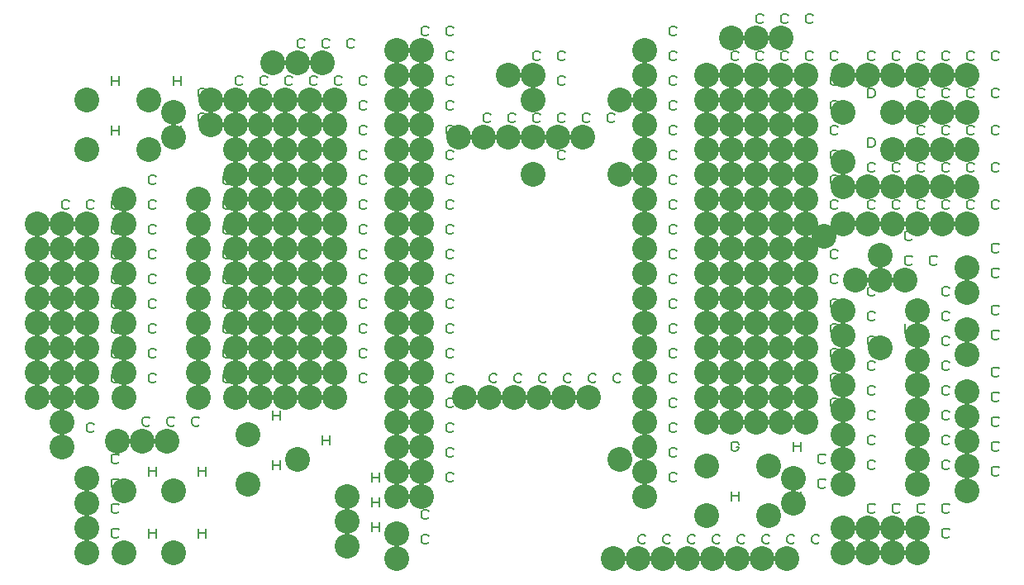
<source format=gbr>
%FSLAX35Y35*%
%MOIN*%
G04 EasyPC Gerber Version 18.0.8 Build 3632 *
%ADD11C,0.00500*%
%ADD75C,0.10000*%
X0Y0D02*
D02*
D11*
X28375Y86863D02*
X28063Y86550D01*
X27437Y86237*
X26500*
X25875Y86550*
X25563Y86863*
X25250Y87487*
Y88737*
X25563Y89363*
X25875Y89675*
X26500Y89987*
X27437*
X28063Y89675*
X28375Y89363*
Y96863D02*
X28063Y96550D01*
X27437Y96237*
X26500*
X25875Y96550*
X25563Y96863*
X25250Y97487*
Y98737*
X25563Y99363*
X25875Y99675*
X26500Y99987*
X27437*
X28063Y99675*
X28375Y99363*
Y106863D02*
X28063Y106550D01*
X27437Y106237*
X26500*
X25875Y106550*
X25563Y106863*
X25250Y107487*
Y108737*
X25563Y109363*
X25875Y109675*
X26500Y109987*
X27437*
X28063Y109675*
X28375Y109363*
Y116863D02*
X28063Y116550D01*
X27437Y116237*
X26500*
X25875Y116550*
X25563Y116863*
X25250Y117487*
Y118737*
X25563Y119363*
X25875Y119675*
X26500Y119987*
X27437*
X28063Y119675*
X28375Y119363*
Y126863D02*
X28063Y126550D01*
X27437Y126237*
X26500*
X25875Y126550*
X25563Y126863*
X25250Y127487*
Y128737*
X25563Y129363*
X25875Y129675*
X26500Y129987*
X27437*
X28063Y129675*
X28375Y129363*
Y136863D02*
X28063Y136550D01*
X27437Y136237*
X26500*
X25875Y136550*
X25563Y136863*
X25250Y137487*
Y138737*
X25563Y139363*
X25875Y139675*
X26500Y139987*
X27437*
X28063Y139675*
X28375Y139363*
Y146863D02*
X28063Y146550D01*
X27437Y146237*
X26500*
X25875Y146550*
X25563Y146863*
X25250Y147487*
Y148737*
X25563Y149363*
X25875Y149675*
X26500Y149987*
X27437*
X28063Y149675*
X28375Y149363*
Y156863D02*
X28063Y156550D01*
X27437Y156237*
X26500*
X25875Y156550*
X25563Y156863*
X25250Y157487*
Y158737*
X25563Y159363*
X25875Y159675*
X26500Y159987*
X27437*
X28063Y159675*
X28375Y159363*
X38375Y66863D02*
X38063Y66550D01*
X37437Y66237*
X36500*
X35875Y66550*
X35563Y66863*
X35250Y67487*
Y68737*
X35563Y69363*
X35875Y69675*
X36500Y69987*
X37437*
X38063Y69675*
X38375Y69363*
Y76863D02*
X38063Y76550D01*
X37437Y76237*
X36500*
X35875Y76550*
X35563Y76863*
X35250Y77487*
Y78737*
X35563Y79363*
X35875Y79675*
X36500Y79987*
X37437*
X38063Y79675*
X38375Y79363*
Y86863D02*
X38063Y86550D01*
X37437Y86237*
X36500*
X35875Y86550*
X35563Y86863*
X35250Y87487*
Y88737*
X35563Y89363*
X35875Y89675*
X36500Y89987*
X37437*
X38063Y89675*
X38375Y89363*
Y96863D02*
X38063Y96550D01*
X37437Y96237*
X36500*
X35875Y96550*
X35563Y96863*
X35250Y97487*
Y98737*
X35563Y99363*
X35875Y99675*
X36500Y99987*
X37437*
X38063Y99675*
X38375Y99363*
Y106863D02*
X38063Y106550D01*
X37437Y106237*
X36500*
X35875Y106550*
X35563Y106863*
X35250Y107487*
Y108737*
X35563Y109363*
X35875Y109675*
X36500Y109987*
X37437*
X38063Y109675*
X38375Y109363*
Y116863D02*
X38063Y116550D01*
X37437Y116237*
X36500*
X35875Y116550*
X35563Y116863*
X35250Y117487*
Y118737*
X35563Y119363*
X35875Y119675*
X36500Y119987*
X37437*
X38063Y119675*
X38375Y119363*
Y126863D02*
X38063Y126550D01*
X37437Y126237*
X36500*
X35875Y126550*
X35563Y126863*
X35250Y127487*
Y128737*
X35563Y129363*
X35875Y129675*
X36500Y129987*
X37437*
X38063Y129675*
X38375Y129363*
Y136863D02*
X38063Y136550D01*
X37437Y136237*
X36500*
X35875Y136550*
X35563Y136863*
X35250Y137487*
Y138737*
X35563Y139363*
X35875Y139675*
X36500Y139987*
X37437*
X38063Y139675*
X38375Y139363*
Y146863D02*
X38063Y146550D01*
X37437Y146237*
X36500*
X35875Y146550*
X35563Y146863*
X35250Y147487*
Y148737*
X35563Y149363*
X35875Y149675*
X36500Y149987*
X37437*
X38063Y149675*
X38375Y149363*
Y156863D02*
X38063Y156550D01*
X37437Y156237*
X36500*
X35875Y156550*
X35563Y156863*
X35250Y157487*
Y158737*
X35563Y159363*
X35875Y159675*
X36500Y159987*
X37437*
X38063Y159675*
X38375Y159363*
X48375Y24363D02*
X48063Y24050D01*
X47437Y23737*
X46500*
X45875Y24050*
X45563Y24363*
X45250Y24987*
Y26237*
X45563Y26863*
X45875Y27175*
X46500Y27487*
X47437*
X48063Y27175*
X48375Y26863*
Y34363D02*
X48063Y34050D01*
X47437Y33737*
X46500*
X45875Y34050*
X45563Y34363*
X45250Y34987*
Y36237*
X45563Y36863*
X45875Y37175*
X46500Y37487*
X47437*
X48063Y37175*
X48375Y36863*
Y44363D02*
X48063Y44050D01*
X47437Y43737*
X46500*
X45875Y44050*
X45563Y44363*
X45250Y44987*
Y46237*
X45563Y46863*
X45875Y47175*
X46500Y47487*
X47437*
X48063Y47175*
X48375Y46863*
Y54363D02*
X48063Y54050D01*
X47437Y53737*
X46500*
X45875Y54050*
X45563Y54363*
X45250Y54987*
Y56237*
X45563Y56863*
X45875Y57175*
X46500Y57487*
X47437*
X48063Y57175*
X48375Y56863*
Y86863D02*
X48063Y86550D01*
X47437Y86237*
X46500*
X45875Y86550*
X45563Y86863*
X45250Y87487*
Y88737*
X45563Y89363*
X45875Y89675*
X46500Y89987*
X47437*
X48063Y89675*
X48375Y89363*
Y96863D02*
X48063Y96550D01*
X47437Y96237*
X46500*
X45875Y96550*
X45563Y96863*
X45250Y97487*
Y98737*
X45563Y99363*
X45875Y99675*
X46500Y99987*
X47437*
X48063Y99675*
X48375Y99363*
Y106863D02*
X48063Y106550D01*
X47437Y106237*
X46500*
X45875Y106550*
X45563Y106863*
X45250Y107487*
Y108737*
X45563Y109363*
X45875Y109675*
X46500Y109987*
X47437*
X48063Y109675*
X48375Y109363*
Y116863D02*
X48063Y116550D01*
X47437Y116237*
X46500*
X45875Y116550*
X45563Y116863*
X45250Y117487*
Y118737*
X45563Y119363*
X45875Y119675*
X46500Y119987*
X47437*
X48063Y119675*
X48375Y119363*
Y126863D02*
X48063Y126550D01*
X47437Y126237*
X46500*
X45875Y126550*
X45563Y126863*
X45250Y127487*
Y128737*
X45563Y129363*
X45875Y129675*
X46500Y129987*
X47437*
X48063Y129675*
X48375Y129363*
Y136863D02*
X48063Y136550D01*
X47437Y136237*
X46500*
X45875Y136550*
X45563Y136863*
X45250Y137487*
Y138737*
X45563Y139363*
X45875Y139675*
X46500Y139987*
X47437*
X48063Y139675*
X48375Y139363*
Y146863D02*
X48063Y146550D01*
X47437Y146237*
X46500*
X45875Y146550*
X45563Y146863*
X45250Y147487*
Y148737*
X45563Y149363*
X45875Y149675*
X46500Y149987*
X47437*
X48063Y149675*
X48375Y149363*
Y156863D02*
X48063Y156550D01*
X47437Y156237*
X46500*
X45875Y156550*
X45563Y156863*
X45250Y157487*
Y158737*
X45563Y159363*
X45875Y159675*
X46500Y159987*
X47437*
X48063Y159675*
X48375Y159363*
X45250Y186237D02*
Y189987D01*
Y188113D02*
X48375D01*
Y186237D02*
Y189987D01*
X45250Y206237D02*
Y209987D01*
Y208113D02*
X48375D01*
Y206237D02*
Y209987D01*
X60875Y69363D02*
X60563Y69050D01*
X59937Y68737*
X59000*
X58375Y69050*
X58063Y69363*
X57750Y69987*
Y71237*
X58063Y71863*
X58375Y72175*
X59000Y72487*
X59937*
X60563Y72175*
X60875Y71863*
X60250Y23737D02*
Y27487D01*
Y25613D02*
X63375D01*
Y23737D02*
Y27487D01*
X60250Y48737D02*
Y52487D01*
Y50613D02*
X63375D01*
Y48737D02*
Y52487D01*
Y86863D02*
X63063Y86550D01*
X62437Y86237*
X61500*
X60875Y86550*
X60563Y86863*
X60250Y87487*
Y88737*
X60563Y89363*
X60875Y89675*
X61500Y89987*
X62437*
X63063Y89675*
X63375Y89363*
Y96863D02*
X63063Y96550D01*
X62437Y96237*
X61500*
X60875Y96550*
X60563Y96863*
X60250Y97487*
Y98737*
X60563Y99363*
X60875Y99675*
X61500Y99987*
X62437*
X63063Y99675*
X63375Y99363*
Y106863D02*
X63063Y106550D01*
X62437Y106237*
X61500*
X60875Y106550*
X60563Y106863*
X60250Y107487*
Y108737*
X60563Y109363*
X60875Y109675*
X61500Y109987*
X62437*
X63063Y109675*
X63375Y109363*
Y116863D02*
X63063Y116550D01*
X62437Y116237*
X61500*
X60875Y116550*
X60563Y116863*
X60250Y117487*
Y118737*
X60563Y119363*
X60875Y119675*
X61500Y119987*
X62437*
X63063Y119675*
X63375Y119363*
Y126863D02*
X63063Y126550D01*
X62437Y126237*
X61500*
X60875Y126550*
X60563Y126863*
X60250Y127487*
Y128737*
X60563Y129363*
X60875Y129675*
X61500Y129987*
X62437*
X63063Y129675*
X63375Y129363*
Y136863D02*
X63063Y136550D01*
X62437Y136237*
X61500*
X60875Y136550*
X60563Y136863*
X60250Y137487*
Y138737*
X60563Y139363*
X60875Y139675*
X61500Y139987*
X62437*
X63063Y139675*
X63375Y139363*
Y146863D02*
X63063Y146550D01*
X62437Y146237*
X61500*
X60875Y146550*
X60563Y146863*
X60250Y147487*
Y148737*
X60563Y149363*
X60875Y149675*
X61500Y149987*
X62437*
X63063Y149675*
X63375Y149363*
Y156863D02*
X63063Y156550D01*
X62437Y156237*
X61500*
X60875Y156550*
X60563Y156863*
X60250Y157487*
Y158737*
X60563Y159363*
X60875Y159675*
X61500Y159987*
X62437*
X63063Y159675*
X63375Y159363*
Y166863D02*
X63063Y166550D01*
X62437Y166237*
X61500*
X60875Y166550*
X60563Y166863*
X60250Y167487*
Y168737*
X60563Y169363*
X60875Y169675*
X61500Y169987*
X62437*
X63063Y169675*
X63375Y169363*
X70875Y69363D02*
X70563Y69050D01*
X69937Y68737*
X69000*
X68375Y69050*
X68063Y69363*
X67750Y69987*
Y71237*
X68063Y71863*
X68375Y72175*
X69000Y72487*
X69937*
X70563Y72175*
X70875Y71863*
X70250Y186237D02*
Y189987D01*
Y188113D02*
X73375D01*
Y186237D02*
Y189987D01*
X70250Y206237D02*
Y209987D01*
Y208113D02*
X73375D01*
Y206237D02*
Y209987D01*
X80875Y69363D02*
X80563Y69050D01*
X79937Y68737*
X79000*
X78375Y69050*
X78063Y69363*
X77750Y69987*
Y71237*
X78063Y71863*
X78375Y72175*
X79000Y72487*
X79937*
X80563Y72175*
X80875Y71863*
X80250Y23737D02*
Y27487D01*
Y25613D02*
X83375D01*
Y23737D02*
Y27487D01*
X80250Y48737D02*
Y52487D01*
Y50613D02*
X83375D01*
Y48737D02*
Y52487D01*
Y191863D02*
X83063Y191550D01*
X82437Y191237*
X81500*
X80875Y191550*
X80563Y191863*
X80250Y192487*
Y193737*
X80563Y194363*
X80875Y194675*
X81500Y194987*
X82437*
X83063Y194675*
X83375Y194363*
Y201863D02*
X83063Y201550D01*
X82437Y201237*
X81500*
X80875Y201550*
X80563Y201863*
X80250Y202487*
Y203737*
X80563Y204363*
X80875Y204675*
X81500Y204987*
X82437*
X83063Y204675*
X83375Y204363*
X93375Y86863D02*
X93063Y86550D01*
X92437Y86237*
X91500*
X90875Y86550*
X90563Y86863*
X90250Y87487*
Y88737*
X90563Y89363*
X90875Y89675*
X91500Y89987*
X92437*
X93063Y89675*
X93375Y89363*
Y96863D02*
X93063Y96550D01*
X92437Y96237*
X91500*
X90875Y96550*
X90563Y96863*
X90250Y97487*
Y98737*
X90563Y99363*
X90875Y99675*
X91500Y99987*
X92437*
X93063Y99675*
X93375Y99363*
Y106863D02*
X93063Y106550D01*
X92437Y106237*
X91500*
X90875Y106550*
X90563Y106863*
X90250Y107487*
Y108737*
X90563Y109363*
X90875Y109675*
X91500Y109987*
X92437*
X93063Y109675*
X93375Y109363*
Y116863D02*
X93063Y116550D01*
X92437Y116237*
X91500*
X90875Y116550*
X90563Y116863*
X90250Y117487*
Y118737*
X90563Y119363*
X90875Y119675*
X91500Y119987*
X92437*
X93063Y119675*
X93375Y119363*
Y126863D02*
X93063Y126550D01*
X92437Y126237*
X91500*
X90875Y126550*
X90563Y126863*
X90250Y127487*
Y128737*
X90563Y129363*
X90875Y129675*
X91500Y129987*
X92437*
X93063Y129675*
X93375Y129363*
Y136863D02*
X93063Y136550D01*
X92437Y136237*
X91500*
X90875Y136550*
X90563Y136863*
X90250Y137487*
Y138737*
X90563Y139363*
X90875Y139675*
X91500Y139987*
X92437*
X93063Y139675*
X93375Y139363*
Y146863D02*
X93063Y146550D01*
X92437Y146237*
X91500*
X90875Y146550*
X90563Y146863*
X90250Y147487*
Y148737*
X90563Y149363*
X90875Y149675*
X91500Y149987*
X92437*
X93063Y149675*
X93375Y149363*
Y156863D02*
X93063Y156550D01*
X92437Y156237*
X91500*
X90875Y156550*
X90563Y156863*
X90250Y157487*
Y158737*
X90563Y159363*
X90875Y159675*
X91500Y159987*
X92437*
X93063Y159675*
X93375Y159363*
Y166863D02*
X93063Y166550D01*
X92437Y166237*
X91500*
X90875Y166550*
X90563Y166863*
X90250Y167487*
Y168737*
X90563Y169363*
X90875Y169675*
X91500Y169987*
X92437*
X93063Y169675*
X93375Y169363*
X98375Y196863D02*
X98063Y196550D01*
X97437Y196237*
X96500*
X95875Y196550*
X95563Y196863*
X95250Y197487*
Y198737*
X95563Y199363*
X95875Y199675*
X96500Y199987*
X97437*
X98063Y199675*
X98375Y199363*
Y206863D02*
X98063Y206550D01*
X97437Y206237*
X96500*
X95875Y206550*
X95563Y206863*
X95250Y207487*
Y208737*
X95563Y209363*
X95875Y209675*
X96500Y209987*
X97437*
X98063Y209675*
X98375Y209363*
X108375Y86863D02*
X108063Y86550D01*
X107437Y86237*
X106500*
X105875Y86550*
X105563Y86863*
X105250Y87487*
Y88737*
X105563Y89363*
X105875Y89675*
X106500Y89987*
X107437*
X108063Y89675*
X108375Y89363*
Y96863D02*
X108063Y96550D01*
X107437Y96237*
X106500*
X105875Y96550*
X105563Y96863*
X105250Y97487*
Y98737*
X105563Y99363*
X105875Y99675*
X106500Y99987*
X107437*
X108063Y99675*
X108375Y99363*
Y106863D02*
X108063Y106550D01*
X107437Y106237*
X106500*
X105875Y106550*
X105563Y106863*
X105250Y107487*
Y108737*
X105563Y109363*
X105875Y109675*
X106500Y109987*
X107437*
X108063Y109675*
X108375Y109363*
Y116863D02*
X108063Y116550D01*
X107437Y116237*
X106500*
X105875Y116550*
X105563Y116863*
X105250Y117487*
Y118737*
X105563Y119363*
X105875Y119675*
X106500Y119987*
X107437*
X108063Y119675*
X108375Y119363*
Y126863D02*
X108063Y126550D01*
X107437Y126237*
X106500*
X105875Y126550*
X105563Y126863*
X105250Y127487*
Y128737*
X105563Y129363*
X105875Y129675*
X106500Y129987*
X107437*
X108063Y129675*
X108375Y129363*
Y136863D02*
X108063Y136550D01*
X107437Y136237*
X106500*
X105875Y136550*
X105563Y136863*
X105250Y137487*
Y138737*
X105563Y139363*
X105875Y139675*
X106500Y139987*
X107437*
X108063Y139675*
X108375Y139363*
Y146863D02*
X108063Y146550D01*
X107437Y146237*
X106500*
X105875Y146550*
X105563Y146863*
X105250Y147487*
Y148737*
X105563Y149363*
X105875Y149675*
X106500Y149987*
X107437*
X108063Y149675*
X108375Y149363*
Y156863D02*
X108063Y156550D01*
X107437Y156237*
X106500*
X105875Y156550*
X105563Y156863*
X105250Y157487*
Y158737*
X105563Y159363*
X105875Y159675*
X106500Y159987*
X107437*
X108063Y159675*
X108375Y159363*
Y166863D02*
X108063Y166550D01*
X107437Y166237*
X106500*
X105875Y166550*
X105563Y166863*
X105250Y167487*
Y168737*
X105563Y169363*
X105875Y169675*
X106500Y169987*
X107437*
X108063Y169675*
X108375Y169363*
Y176863D02*
X108063Y176550D01*
X107437Y176237*
X106500*
X105875Y176550*
X105563Y176863*
X105250Y177487*
Y178737*
X105563Y179363*
X105875Y179675*
X106500Y179987*
X107437*
X108063Y179675*
X108375Y179363*
Y186863D02*
X108063Y186550D01*
X107437Y186237*
X106500*
X105875Y186550*
X105563Y186863*
X105250Y187487*
Y188737*
X105563Y189363*
X105875Y189675*
X106500Y189987*
X107437*
X108063Y189675*
X108375Y189363*
Y196863D02*
X108063Y196550D01*
X107437Y196237*
X106500*
X105875Y196550*
X105563Y196863*
X105250Y197487*
Y198737*
X105563Y199363*
X105875Y199675*
X106500Y199987*
X107437*
X108063Y199675*
X108375Y199363*
Y206863D02*
X108063Y206550D01*
X107437Y206237*
X106500*
X105875Y206550*
X105563Y206863*
X105250Y207487*
Y208737*
X105563Y209363*
X105875Y209675*
X106500Y209987*
X107437*
X108063Y209675*
X108375Y209363*
X110250Y51237D02*
Y54987D01*
Y53113D02*
X113375D01*
Y51237D02*
Y54987D01*
X110250Y71237D02*
Y74987D01*
Y73113D02*
X113375D01*
Y71237D02*
Y74987D01*
X118375Y86863D02*
X118063Y86550D01*
X117437Y86237*
X116500*
X115875Y86550*
X115563Y86863*
X115250Y87487*
Y88737*
X115563Y89363*
X115875Y89675*
X116500Y89987*
X117437*
X118063Y89675*
X118375Y89363*
Y96863D02*
X118063Y96550D01*
X117437Y96237*
X116500*
X115875Y96550*
X115563Y96863*
X115250Y97487*
Y98737*
X115563Y99363*
X115875Y99675*
X116500Y99987*
X117437*
X118063Y99675*
X118375Y99363*
Y106863D02*
X118063Y106550D01*
X117437Y106237*
X116500*
X115875Y106550*
X115563Y106863*
X115250Y107487*
Y108737*
X115563Y109363*
X115875Y109675*
X116500Y109987*
X117437*
X118063Y109675*
X118375Y109363*
Y116863D02*
X118063Y116550D01*
X117437Y116237*
X116500*
X115875Y116550*
X115563Y116863*
X115250Y117487*
Y118737*
X115563Y119363*
X115875Y119675*
X116500Y119987*
X117437*
X118063Y119675*
X118375Y119363*
Y126863D02*
X118063Y126550D01*
X117437Y126237*
X116500*
X115875Y126550*
X115563Y126863*
X115250Y127487*
Y128737*
X115563Y129363*
X115875Y129675*
X116500Y129987*
X117437*
X118063Y129675*
X118375Y129363*
Y136863D02*
X118063Y136550D01*
X117437Y136237*
X116500*
X115875Y136550*
X115563Y136863*
X115250Y137487*
Y138737*
X115563Y139363*
X115875Y139675*
X116500Y139987*
X117437*
X118063Y139675*
X118375Y139363*
Y146863D02*
X118063Y146550D01*
X117437Y146237*
X116500*
X115875Y146550*
X115563Y146863*
X115250Y147487*
Y148737*
X115563Y149363*
X115875Y149675*
X116500Y149987*
X117437*
X118063Y149675*
X118375Y149363*
Y156863D02*
X118063Y156550D01*
X117437Y156237*
X116500*
X115875Y156550*
X115563Y156863*
X115250Y157487*
Y158737*
X115563Y159363*
X115875Y159675*
X116500Y159987*
X117437*
X118063Y159675*
X118375Y159363*
Y166863D02*
X118063Y166550D01*
X117437Y166237*
X116500*
X115875Y166550*
X115563Y166863*
X115250Y167487*
Y168737*
X115563Y169363*
X115875Y169675*
X116500Y169987*
X117437*
X118063Y169675*
X118375Y169363*
Y176863D02*
X118063Y176550D01*
X117437Y176237*
X116500*
X115875Y176550*
X115563Y176863*
X115250Y177487*
Y178737*
X115563Y179363*
X115875Y179675*
X116500Y179987*
X117437*
X118063Y179675*
X118375Y179363*
Y186863D02*
X118063Y186550D01*
X117437Y186237*
X116500*
X115875Y186550*
X115563Y186863*
X115250Y187487*
Y188737*
X115563Y189363*
X115875Y189675*
X116500Y189987*
X117437*
X118063Y189675*
X118375Y189363*
Y196863D02*
X118063Y196550D01*
X117437Y196237*
X116500*
X115875Y196550*
X115563Y196863*
X115250Y197487*
Y198737*
X115563Y199363*
X115875Y199675*
X116500Y199987*
X117437*
X118063Y199675*
X118375Y199363*
Y206863D02*
X118063Y206550D01*
X117437Y206237*
X116500*
X115875Y206550*
X115563Y206863*
X115250Y207487*
Y208737*
X115563Y209363*
X115875Y209675*
X116500Y209987*
X117437*
X118063Y209675*
X118375Y209363*
X123375Y221863D02*
X123063Y221550D01*
X122437Y221237*
X121500*
X120875Y221550*
X120563Y221863*
X120250Y222487*
Y223737*
X120563Y224363*
X120875Y224675*
X121500Y224987*
X122437*
X123063Y224675*
X123375Y224363*
X128375Y86863D02*
X128063Y86550D01*
X127437Y86237*
X126500*
X125875Y86550*
X125563Y86863*
X125250Y87487*
Y88737*
X125563Y89363*
X125875Y89675*
X126500Y89987*
X127437*
X128063Y89675*
X128375Y89363*
Y96863D02*
X128063Y96550D01*
X127437Y96237*
X126500*
X125875Y96550*
X125563Y96863*
X125250Y97487*
Y98737*
X125563Y99363*
X125875Y99675*
X126500Y99987*
X127437*
X128063Y99675*
X128375Y99363*
Y106863D02*
X128063Y106550D01*
X127437Y106237*
X126500*
X125875Y106550*
X125563Y106863*
X125250Y107487*
Y108737*
X125563Y109363*
X125875Y109675*
X126500Y109987*
X127437*
X128063Y109675*
X128375Y109363*
Y116863D02*
X128063Y116550D01*
X127437Y116237*
X126500*
X125875Y116550*
X125563Y116863*
X125250Y117487*
Y118737*
X125563Y119363*
X125875Y119675*
X126500Y119987*
X127437*
X128063Y119675*
X128375Y119363*
Y126863D02*
X128063Y126550D01*
X127437Y126237*
X126500*
X125875Y126550*
X125563Y126863*
X125250Y127487*
Y128737*
X125563Y129363*
X125875Y129675*
X126500Y129987*
X127437*
X128063Y129675*
X128375Y129363*
Y136863D02*
X128063Y136550D01*
X127437Y136237*
X126500*
X125875Y136550*
X125563Y136863*
X125250Y137487*
Y138737*
X125563Y139363*
X125875Y139675*
X126500Y139987*
X127437*
X128063Y139675*
X128375Y139363*
Y146863D02*
X128063Y146550D01*
X127437Y146237*
X126500*
X125875Y146550*
X125563Y146863*
X125250Y147487*
Y148737*
X125563Y149363*
X125875Y149675*
X126500Y149987*
X127437*
X128063Y149675*
X128375Y149363*
Y156863D02*
X128063Y156550D01*
X127437Y156237*
X126500*
X125875Y156550*
X125563Y156863*
X125250Y157487*
Y158737*
X125563Y159363*
X125875Y159675*
X126500Y159987*
X127437*
X128063Y159675*
X128375Y159363*
Y166863D02*
X128063Y166550D01*
X127437Y166237*
X126500*
X125875Y166550*
X125563Y166863*
X125250Y167487*
Y168737*
X125563Y169363*
X125875Y169675*
X126500Y169987*
X127437*
X128063Y169675*
X128375Y169363*
Y176863D02*
X128063Y176550D01*
X127437Y176237*
X126500*
X125875Y176550*
X125563Y176863*
X125250Y177487*
Y178737*
X125563Y179363*
X125875Y179675*
X126500Y179987*
X127437*
X128063Y179675*
X128375Y179363*
Y186863D02*
X128063Y186550D01*
X127437Y186237*
X126500*
X125875Y186550*
X125563Y186863*
X125250Y187487*
Y188737*
X125563Y189363*
X125875Y189675*
X126500Y189987*
X127437*
X128063Y189675*
X128375Y189363*
Y196863D02*
X128063Y196550D01*
X127437Y196237*
X126500*
X125875Y196550*
X125563Y196863*
X125250Y197487*
Y198737*
X125563Y199363*
X125875Y199675*
X126500Y199987*
X127437*
X128063Y199675*
X128375Y199363*
Y206863D02*
X128063Y206550D01*
X127437Y206237*
X126500*
X125875Y206550*
X125563Y206863*
X125250Y207487*
Y208737*
X125563Y209363*
X125875Y209675*
X126500Y209987*
X127437*
X128063Y209675*
X128375Y209363*
X130250Y61237D02*
Y64987D01*
Y63113D02*
X133375D01*
Y61237D02*
Y64987D01*
Y221863D02*
X133063Y221550D01*
X132437Y221237*
X131500*
X130875Y221550*
X130563Y221863*
X130250Y222487*
Y223737*
X130563Y224363*
X130875Y224675*
X131500Y224987*
X132437*
X133063Y224675*
X133375Y224363*
X138375Y86863D02*
X138063Y86550D01*
X137437Y86237*
X136500*
X135875Y86550*
X135563Y86863*
X135250Y87487*
Y88737*
X135563Y89363*
X135875Y89675*
X136500Y89987*
X137437*
X138063Y89675*
X138375Y89363*
Y96863D02*
X138063Y96550D01*
X137437Y96237*
X136500*
X135875Y96550*
X135563Y96863*
X135250Y97487*
Y98737*
X135563Y99363*
X135875Y99675*
X136500Y99987*
X137437*
X138063Y99675*
X138375Y99363*
Y106863D02*
X138063Y106550D01*
X137437Y106237*
X136500*
X135875Y106550*
X135563Y106863*
X135250Y107487*
Y108737*
X135563Y109363*
X135875Y109675*
X136500Y109987*
X137437*
X138063Y109675*
X138375Y109363*
Y116863D02*
X138063Y116550D01*
X137437Y116237*
X136500*
X135875Y116550*
X135563Y116863*
X135250Y117487*
Y118737*
X135563Y119363*
X135875Y119675*
X136500Y119987*
X137437*
X138063Y119675*
X138375Y119363*
Y126863D02*
X138063Y126550D01*
X137437Y126237*
X136500*
X135875Y126550*
X135563Y126863*
X135250Y127487*
Y128737*
X135563Y129363*
X135875Y129675*
X136500Y129987*
X137437*
X138063Y129675*
X138375Y129363*
Y136863D02*
X138063Y136550D01*
X137437Y136237*
X136500*
X135875Y136550*
X135563Y136863*
X135250Y137487*
Y138737*
X135563Y139363*
X135875Y139675*
X136500Y139987*
X137437*
X138063Y139675*
X138375Y139363*
Y146863D02*
X138063Y146550D01*
X137437Y146237*
X136500*
X135875Y146550*
X135563Y146863*
X135250Y147487*
Y148737*
X135563Y149363*
X135875Y149675*
X136500Y149987*
X137437*
X138063Y149675*
X138375Y149363*
Y156863D02*
X138063Y156550D01*
X137437Y156237*
X136500*
X135875Y156550*
X135563Y156863*
X135250Y157487*
Y158737*
X135563Y159363*
X135875Y159675*
X136500Y159987*
X137437*
X138063Y159675*
X138375Y159363*
Y166863D02*
X138063Y166550D01*
X137437Y166237*
X136500*
X135875Y166550*
X135563Y166863*
X135250Y167487*
Y168737*
X135563Y169363*
X135875Y169675*
X136500Y169987*
X137437*
X138063Y169675*
X138375Y169363*
Y176863D02*
X138063Y176550D01*
X137437Y176237*
X136500*
X135875Y176550*
X135563Y176863*
X135250Y177487*
Y178737*
X135563Y179363*
X135875Y179675*
X136500Y179987*
X137437*
X138063Y179675*
X138375Y179363*
Y186863D02*
X138063Y186550D01*
X137437Y186237*
X136500*
X135875Y186550*
X135563Y186863*
X135250Y187487*
Y188737*
X135563Y189363*
X135875Y189675*
X136500Y189987*
X137437*
X138063Y189675*
X138375Y189363*
Y196863D02*
X138063Y196550D01*
X137437Y196237*
X136500*
X135875Y196550*
X135563Y196863*
X135250Y197487*
Y198737*
X135563Y199363*
X135875Y199675*
X136500Y199987*
X137437*
X138063Y199675*
X138375Y199363*
Y206863D02*
X138063Y206550D01*
X137437Y206237*
X136500*
X135875Y206550*
X135563Y206863*
X135250Y207487*
Y208737*
X135563Y209363*
X135875Y209675*
X136500Y209987*
X137437*
X138063Y209675*
X138375Y209363*
X143375Y221863D02*
X143063Y221550D01*
X142437Y221237*
X141500*
X140875Y221550*
X140563Y221863*
X140250Y222487*
Y223737*
X140563Y224363*
X140875Y224675*
X141500Y224987*
X142437*
X143063Y224675*
X143375Y224363*
X148375Y86863D02*
X148063Y86550D01*
X147437Y86237*
X146500*
X145875Y86550*
X145563Y86863*
X145250Y87487*
Y88737*
X145563Y89363*
X145875Y89675*
X146500Y89987*
X147437*
X148063Y89675*
X148375Y89363*
Y96863D02*
X148063Y96550D01*
X147437Y96237*
X146500*
X145875Y96550*
X145563Y96863*
X145250Y97487*
Y98737*
X145563Y99363*
X145875Y99675*
X146500Y99987*
X147437*
X148063Y99675*
X148375Y99363*
Y106863D02*
X148063Y106550D01*
X147437Y106237*
X146500*
X145875Y106550*
X145563Y106863*
X145250Y107487*
Y108737*
X145563Y109363*
X145875Y109675*
X146500Y109987*
X147437*
X148063Y109675*
X148375Y109363*
Y116863D02*
X148063Y116550D01*
X147437Y116237*
X146500*
X145875Y116550*
X145563Y116863*
X145250Y117487*
Y118737*
X145563Y119363*
X145875Y119675*
X146500Y119987*
X147437*
X148063Y119675*
X148375Y119363*
Y126863D02*
X148063Y126550D01*
X147437Y126237*
X146500*
X145875Y126550*
X145563Y126863*
X145250Y127487*
Y128737*
X145563Y129363*
X145875Y129675*
X146500Y129987*
X147437*
X148063Y129675*
X148375Y129363*
Y136863D02*
X148063Y136550D01*
X147437Y136237*
X146500*
X145875Y136550*
X145563Y136863*
X145250Y137487*
Y138737*
X145563Y139363*
X145875Y139675*
X146500Y139987*
X147437*
X148063Y139675*
X148375Y139363*
Y146863D02*
X148063Y146550D01*
X147437Y146237*
X146500*
X145875Y146550*
X145563Y146863*
X145250Y147487*
Y148737*
X145563Y149363*
X145875Y149675*
X146500Y149987*
X147437*
X148063Y149675*
X148375Y149363*
Y156863D02*
X148063Y156550D01*
X147437Y156237*
X146500*
X145875Y156550*
X145563Y156863*
X145250Y157487*
Y158737*
X145563Y159363*
X145875Y159675*
X146500Y159987*
X147437*
X148063Y159675*
X148375Y159363*
Y166863D02*
X148063Y166550D01*
X147437Y166237*
X146500*
X145875Y166550*
X145563Y166863*
X145250Y167487*
Y168737*
X145563Y169363*
X145875Y169675*
X146500Y169987*
X147437*
X148063Y169675*
X148375Y169363*
Y176863D02*
X148063Y176550D01*
X147437Y176237*
X146500*
X145875Y176550*
X145563Y176863*
X145250Y177487*
Y178737*
X145563Y179363*
X145875Y179675*
X146500Y179987*
X147437*
X148063Y179675*
X148375Y179363*
Y186863D02*
X148063Y186550D01*
X147437Y186237*
X146500*
X145875Y186550*
X145563Y186863*
X145250Y187487*
Y188737*
X145563Y189363*
X145875Y189675*
X146500Y189987*
X147437*
X148063Y189675*
X148375Y189363*
Y196863D02*
X148063Y196550D01*
X147437Y196237*
X146500*
X145875Y196550*
X145563Y196863*
X145250Y197487*
Y198737*
X145563Y199363*
X145875Y199675*
X146500Y199987*
X147437*
X148063Y199675*
X148375Y199363*
Y206863D02*
X148063Y206550D01*
X147437Y206237*
X146500*
X145875Y206550*
X145563Y206863*
X145250Y207487*
Y208737*
X145563Y209363*
X145875Y209675*
X146500Y209987*
X147437*
X148063Y209675*
X148375Y209363*
X150250Y26237D02*
Y29987D01*
Y28113D02*
X153375D01*
Y26237D02*
Y29987D01*
X150250Y36237D02*
Y39987D01*
Y38113D02*
X153375D01*
Y36237D02*
Y39987D01*
X150250Y46237D02*
Y49987D01*
Y48113D02*
X153375D01*
Y46237D02*
Y49987D01*
X173375Y21863D02*
X173063Y21550D01*
X172437Y21237*
X171500*
X170875Y21550*
X170563Y21863*
X170250Y22487*
Y23737*
X170563Y24363*
X170875Y24675*
X171500Y24987*
X172437*
X173063Y24675*
X173375Y24363*
Y31863D02*
X173063Y31550D01*
X172437Y31237*
X171500*
X170875Y31550*
X170563Y31863*
X170250Y32487*
Y33737*
X170563Y34363*
X170875Y34675*
X171500Y34987*
X172437*
X173063Y34675*
X173375Y34363*
Y46863D02*
X173063Y46550D01*
X172437Y46237*
X171500*
X170875Y46550*
X170563Y46863*
X170250Y47487*
Y48737*
X170563Y49363*
X170875Y49675*
X171500Y49987*
X172437*
X173063Y49675*
X173375Y49363*
Y56863D02*
X173063Y56550D01*
X172437Y56237*
X171500*
X170875Y56550*
X170563Y56863*
X170250Y57487*
Y58737*
X170563Y59363*
X170875Y59675*
X171500Y59987*
X172437*
X173063Y59675*
X173375Y59363*
Y66863D02*
X173063Y66550D01*
X172437Y66237*
X171500*
X170875Y66550*
X170563Y66863*
X170250Y67487*
Y68737*
X170563Y69363*
X170875Y69675*
X171500Y69987*
X172437*
X173063Y69675*
X173375Y69363*
Y76863D02*
X173063Y76550D01*
X172437Y76237*
X171500*
X170875Y76550*
X170563Y76863*
X170250Y77487*
Y78737*
X170563Y79363*
X170875Y79675*
X171500Y79987*
X172437*
X173063Y79675*
X173375Y79363*
Y86863D02*
X173063Y86550D01*
X172437Y86237*
X171500*
X170875Y86550*
X170563Y86863*
X170250Y87487*
Y88737*
X170563Y89363*
X170875Y89675*
X171500Y89987*
X172437*
X173063Y89675*
X173375Y89363*
Y96863D02*
X173063Y96550D01*
X172437Y96237*
X171500*
X170875Y96550*
X170563Y96863*
X170250Y97487*
Y98737*
X170563Y99363*
X170875Y99675*
X171500Y99987*
X172437*
X173063Y99675*
X173375Y99363*
Y106863D02*
X173063Y106550D01*
X172437Y106237*
X171500*
X170875Y106550*
X170563Y106863*
X170250Y107487*
Y108737*
X170563Y109363*
X170875Y109675*
X171500Y109987*
X172437*
X173063Y109675*
X173375Y109363*
Y116863D02*
X173063Y116550D01*
X172437Y116237*
X171500*
X170875Y116550*
X170563Y116863*
X170250Y117487*
Y118737*
X170563Y119363*
X170875Y119675*
X171500Y119987*
X172437*
X173063Y119675*
X173375Y119363*
Y126863D02*
X173063Y126550D01*
X172437Y126237*
X171500*
X170875Y126550*
X170563Y126863*
X170250Y127487*
Y128737*
X170563Y129363*
X170875Y129675*
X171500Y129987*
X172437*
X173063Y129675*
X173375Y129363*
Y136863D02*
X173063Y136550D01*
X172437Y136237*
X171500*
X170875Y136550*
X170563Y136863*
X170250Y137487*
Y138737*
X170563Y139363*
X170875Y139675*
X171500Y139987*
X172437*
X173063Y139675*
X173375Y139363*
Y146863D02*
X173063Y146550D01*
X172437Y146237*
X171500*
X170875Y146550*
X170563Y146863*
X170250Y147487*
Y148737*
X170563Y149363*
X170875Y149675*
X171500Y149987*
X172437*
X173063Y149675*
X173375Y149363*
Y156863D02*
X173063Y156550D01*
X172437Y156237*
X171500*
X170875Y156550*
X170563Y156863*
X170250Y157487*
Y158737*
X170563Y159363*
X170875Y159675*
X171500Y159987*
X172437*
X173063Y159675*
X173375Y159363*
Y166863D02*
X173063Y166550D01*
X172437Y166237*
X171500*
X170875Y166550*
X170563Y166863*
X170250Y167487*
Y168737*
X170563Y169363*
X170875Y169675*
X171500Y169987*
X172437*
X173063Y169675*
X173375Y169363*
Y176863D02*
X173063Y176550D01*
X172437Y176237*
X171500*
X170875Y176550*
X170563Y176863*
X170250Y177487*
Y178737*
X170563Y179363*
X170875Y179675*
X171500Y179987*
X172437*
X173063Y179675*
X173375Y179363*
Y186863D02*
X173063Y186550D01*
X172437Y186237*
X171500*
X170875Y186550*
X170563Y186863*
X170250Y187487*
Y188737*
X170563Y189363*
X170875Y189675*
X171500Y189987*
X172437*
X173063Y189675*
X173375Y189363*
Y196863D02*
X173063Y196550D01*
X172437Y196237*
X171500*
X170875Y196550*
X170563Y196863*
X170250Y197487*
Y198737*
X170563Y199363*
X170875Y199675*
X171500Y199987*
X172437*
X173063Y199675*
X173375Y199363*
Y206863D02*
X173063Y206550D01*
X172437Y206237*
X171500*
X170875Y206550*
X170563Y206863*
X170250Y207487*
Y208737*
X170563Y209363*
X170875Y209675*
X171500Y209987*
X172437*
X173063Y209675*
X173375Y209363*
Y216863D02*
X173063Y216550D01*
X172437Y216237*
X171500*
X170875Y216550*
X170563Y216863*
X170250Y217487*
Y218737*
X170563Y219363*
X170875Y219675*
X171500Y219987*
X172437*
X173063Y219675*
X173375Y219363*
Y226863D02*
X173063Y226550D01*
X172437Y226237*
X171500*
X170875Y226550*
X170563Y226863*
X170250Y227487*
Y228737*
X170563Y229363*
X170875Y229675*
X171500Y229987*
X172437*
X173063Y229675*
X173375Y229363*
X183375Y46863D02*
X183063Y46550D01*
X182437Y46237*
X181500*
X180875Y46550*
X180563Y46863*
X180250Y47487*
Y48737*
X180563Y49363*
X180875Y49675*
X181500Y49987*
X182437*
X183063Y49675*
X183375Y49363*
Y56863D02*
X183063Y56550D01*
X182437Y56237*
X181500*
X180875Y56550*
X180563Y56863*
X180250Y57487*
Y58737*
X180563Y59363*
X180875Y59675*
X181500Y59987*
X182437*
X183063Y59675*
X183375Y59363*
Y66863D02*
X183063Y66550D01*
X182437Y66237*
X181500*
X180875Y66550*
X180563Y66863*
X180250Y67487*
Y68737*
X180563Y69363*
X180875Y69675*
X181500Y69987*
X182437*
X183063Y69675*
X183375Y69363*
Y76863D02*
X183063Y76550D01*
X182437Y76237*
X181500*
X180875Y76550*
X180563Y76863*
X180250Y77487*
Y78737*
X180563Y79363*
X180875Y79675*
X181500Y79987*
X182437*
X183063Y79675*
X183375Y79363*
Y86863D02*
X183063Y86550D01*
X182437Y86237*
X181500*
X180875Y86550*
X180563Y86863*
X180250Y87487*
Y88737*
X180563Y89363*
X180875Y89675*
X181500Y89987*
X182437*
X183063Y89675*
X183375Y89363*
Y96863D02*
X183063Y96550D01*
X182437Y96237*
X181500*
X180875Y96550*
X180563Y96863*
X180250Y97487*
Y98737*
X180563Y99363*
X180875Y99675*
X181500Y99987*
X182437*
X183063Y99675*
X183375Y99363*
Y106863D02*
X183063Y106550D01*
X182437Y106237*
X181500*
X180875Y106550*
X180563Y106863*
X180250Y107487*
Y108737*
X180563Y109363*
X180875Y109675*
X181500Y109987*
X182437*
X183063Y109675*
X183375Y109363*
Y116863D02*
X183063Y116550D01*
X182437Y116237*
X181500*
X180875Y116550*
X180563Y116863*
X180250Y117487*
Y118737*
X180563Y119363*
X180875Y119675*
X181500Y119987*
X182437*
X183063Y119675*
X183375Y119363*
Y126863D02*
X183063Y126550D01*
X182437Y126237*
X181500*
X180875Y126550*
X180563Y126863*
X180250Y127487*
Y128737*
X180563Y129363*
X180875Y129675*
X181500Y129987*
X182437*
X183063Y129675*
X183375Y129363*
Y136863D02*
X183063Y136550D01*
X182437Y136237*
X181500*
X180875Y136550*
X180563Y136863*
X180250Y137487*
Y138737*
X180563Y139363*
X180875Y139675*
X181500Y139987*
X182437*
X183063Y139675*
X183375Y139363*
Y146863D02*
X183063Y146550D01*
X182437Y146237*
X181500*
X180875Y146550*
X180563Y146863*
X180250Y147487*
Y148737*
X180563Y149363*
X180875Y149675*
X181500Y149987*
X182437*
X183063Y149675*
X183375Y149363*
Y156863D02*
X183063Y156550D01*
X182437Y156237*
X181500*
X180875Y156550*
X180563Y156863*
X180250Y157487*
Y158737*
X180563Y159363*
X180875Y159675*
X181500Y159987*
X182437*
X183063Y159675*
X183375Y159363*
Y166863D02*
X183063Y166550D01*
X182437Y166237*
X181500*
X180875Y166550*
X180563Y166863*
X180250Y167487*
Y168737*
X180563Y169363*
X180875Y169675*
X181500Y169987*
X182437*
X183063Y169675*
X183375Y169363*
Y176863D02*
X183063Y176550D01*
X182437Y176237*
X181500*
X180875Y176550*
X180563Y176863*
X180250Y177487*
Y178737*
X180563Y179363*
X180875Y179675*
X181500Y179987*
X182437*
X183063Y179675*
X183375Y179363*
Y186863D02*
X183063Y186550D01*
X182437Y186237*
X181500*
X180875Y186550*
X180563Y186863*
X180250Y187487*
Y188737*
X180563Y189363*
X180875Y189675*
X181500Y189987*
X182437*
X183063Y189675*
X183375Y189363*
Y196863D02*
X183063Y196550D01*
X182437Y196237*
X181500*
X180875Y196550*
X180563Y196863*
X180250Y197487*
Y198737*
X180563Y199363*
X180875Y199675*
X181500Y199987*
X182437*
X183063Y199675*
X183375Y199363*
Y206863D02*
X183063Y206550D01*
X182437Y206237*
X181500*
X180875Y206550*
X180563Y206863*
X180250Y207487*
Y208737*
X180563Y209363*
X180875Y209675*
X181500Y209987*
X182437*
X183063Y209675*
X183375Y209363*
Y216863D02*
X183063Y216550D01*
X182437Y216237*
X181500*
X180875Y216550*
X180563Y216863*
X180250Y217487*
Y218737*
X180563Y219363*
X180875Y219675*
X181500Y219987*
X182437*
X183063Y219675*
X183375Y219363*
Y226863D02*
X183063Y226550D01*
X182437Y226237*
X181500*
X180875Y226550*
X180563Y226863*
X180250Y227487*
Y228737*
X180563Y229363*
X180875Y229675*
X181500Y229987*
X182437*
X183063Y229675*
X183375Y229363*
X198375Y191863D02*
X198063Y191550D01*
X197437Y191237*
X196500*
X195875Y191550*
X195563Y191863*
X195250Y192487*
Y193737*
X195563Y194363*
X195875Y194675*
X196500Y194987*
X197437*
X198063Y194675*
X198375Y194363*
X200875Y86863D02*
X200563Y86550D01*
X199937Y86237*
X199000*
X198375Y86550*
X198063Y86863*
X197750Y87487*
Y88737*
X198063Y89363*
X198375Y89675*
X199000Y89987*
X199937*
X200563Y89675*
X200875Y89363*
X208375Y191863D02*
X208063Y191550D01*
X207437Y191237*
X206500*
X205875Y191550*
X205563Y191863*
X205250Y192487*
Y193737*
X205563Y194363*
X205875Y194675*
X206500Y194987*
X207437*
X208063Y194675*
X208375Y194363*
X210875Y86863D02*
X210563Y86550D01*
X209937Y86237*
X209000*
X208375Y86550*
X208063Y86863*
X207750Y87487*
Y88737*
X208063Y89363*
X208375Y89675*
X209000Y89987*
X209937*
X210563Y89675*
X210875Y89363*
X218375Y191863D02*
X218063Y191550D01*
X217437Y191237*
X216500*
X215875Y191550*
X215563Y191863*
X215250Y192487*
Y193737*
X215563Y194363*
X215875Y194675*
X216500Y194987*
X217437*
X218063Y194675*
X218375Y194363*
Y216863D02*
X218063Y216550D01*
X217437Y216237*
X216500*
X215875Y216550*
X215563Y216863*
X215250Y217487*
Y218737*
X215563Y219363*
X215875Y219675*
X216500Y219987*
X217437*
X218063Y219675*
X218375Y219363*
X220875Y86863D02*
X220563Y86550D01*
X219937Y86237*
X219000*
X218375Y86550*
X218063Y86863*
X217750Y87487*
Y88737*
X218063Y89363*
X218375Y89675*
X219000Y89987*
X219937*
X220563Y89675*
X220875Y89363*
X228375Y176863D02*
X228063Y176550D01*
X227437Y176237*
X226500*
X225875Y176550*
X225563Y176863*
X225250Y177487*
Y178737*
X225563Y179363*
X225875Y179675*
X226500Y179987*
X227437*
X228063Y179675*
X228375Y179363*
Y191863D02*
X228063Y191550D01*
X227437Y191237*
X226500*
X225875Y191550*
X225563Y191863*
X225250Y192487*
Y193737*
X225563Y194363*
X225875Y194675*
X226500Y194987*
X227437*
X228063Y194675*
X228375Y194363*
Y206863D02*
X228063Y206550D01*
X227437Y206237*
X226500*
X225875Y206550*
X225563Y206863*
X225250Y207487*
Y208737*
X225563Y209363*
X225875Y209675*
X226500Y209987*
X227437*
X228063Y209675*
X228375Y209363*
Y216863D02*
X228063Y216550D01*
X227437Y216237*
X226500*
X225875Y216550*
X225563Y216863*
X225250Y217487*
Y218737*
X225563Y219363*
X225875Y219675*
X226500Y219987*
X227437*
X228063Y219675*
X228375Y219363*
X230875Y86863D02*
X230563Y86550D01*
X229937Y86237*
X229000*
X228375Y86550*
X228063Y86863*
X227750Y87487*
Y88737*
X228063Y89363*
X228375Y89675*
X229000Y89987*
X229937*
X230563Y89675*
X230875Y89363*
X238375Y191863D02*
X238063Y191550D01*
X237437Y191237*
X236500*
X235875Y191550*
X235563Y191863*
X235250Y192487*
Y193737*
X235563Y194363*
X235875Y194675*
X236500Y194987*
X237437*
X238063Y194675*
X238375Y194363*
X240875Y86863D02*
X240563Y86550D01*
X239937Y86237*
X239000*
X238375Y86550*
X238063Y86863*
X237750Y87487*
Y88737*
X238063Y89363*
X238375Y89675*
X239000Y89987*
X239937*
X240563Y89675*
X240875Y89363*
X248375Y191863D02*
X248063Y191550D01*
X247437Y191237*
X246500*
X245875Y191550*
X245563Y191863*
X245250Y192487*
Y193737*
X245563Y194363*
X245875Y194675*
X246500Y194987*
X247437*
X248063Y194675*
X248375Y194363*
X250875Y86863D02*
X250563Y86550D01*
X249937Y86237*
X249000*
X248375Y86550*
X248063Y86863*
X247750Y87487*
Y88737*
X248063Y89363*
X248375Y89675*
X249000Y89987*
X249937*
X250563Y89675*
X250875Y89363*
X260875Y21863D02*
X260563Y21550D01*
X259937Y21237*
X259000*
X258375Y21550*
X258063Y21863*
X257750Y22487*
Y23737*
X258063Y24363*
X258375Y24675*
X259000Y24987*
X259937*
X260563Y24675*
X260875Y24363*
X260250Y61237D02*
Y64987D01*
X262125*
X262750Y64675*
X263063Y64363*
X263375Y63737*
Y62487*
X263063Y61863*
X262750Y61550*
X262125Y61237*
X260250*
X263375Y176863D02*
X263063Y176550D01*
X262437Y176237*
X261500*
X260875Y176550*
X260563Y176863*
X260250Y177487*
Y178737*
X260563Y179363*
X260875Y179675*
X261500Y179987*
X262437*
X263063Y179675*
X263375Y179363*
Y206863D02*
X263063Y206550D01*
X262437Y206237*
X261500*
X260875Y206550*
X260563Y206863*
X260250Y207487*
Y208737*
X260563Y209363*
X260875Y209675*
X261500Y209987*
X262437*
X263063Y209675*
X263375Y209363*
X270875Y21863D02*
X270563Y21550D01*
X269937Y21237*
X269000*
X268375Y21550*
X268063Y21863*
X267750Y22487*
Y23737*
X268063Y24363*
X268375Y24675*
X269000Y24987*
X269937*
X270563Y24675*
X270875Y24363*
X273375Y46863D02*
X273063Y46550D01*
X272437Y46237*
X271500*
X270875Y46550*
X270563Y46863*
X270250Y47487*
Y48737*
X270563Y49363*
X270875Y49675*
X271500Y49987*
X272437*
X273063Y49675*
X273375Y49363*
Y56863D02*
X273063Y56550D01*
X272437Y56237*
X271500*
X270875Y56550*
X270563Y56863*
X270250Y57487*
Y58737*
X270563Y59363*
X270875Y59675*
X271500Y59987*
X272437*
X273063Y59675*
X273375Y59363*
Y66863D02*
X273063Y66550D01*
X272437Y66237*
X271500*
X270875Y66550*
X270563Y66863*
X270250Y67487*
Y68737*
X270563Y69363*
X270875Y69675*
X271500Y69987*
X272437*
X273063Y69675*
X273375Y69363*
Y76863D02*
X273063Y76550D01*
X272437Y76237*
X271500*
X270875Y76550*
X270563Y76863*
X270250Y77487*
Y78737*
X270563Y79363*
X270875Y79675*
X271500Y79987*
X272437*
X273063Y79675*
X273375Y79363*
Y86863D02*
X273063Y86550D01*
X272437Y86237*
X271500*
X270875Y86550*
X270563Y86863*
X270250Y87487*
Y88737*
X270563Y89363*
X270875Y89675*
X271500Y89987*
X272437*
X273063Y89675*
X273375Y89363*
Y96863D02*
X273063Y96550D01*
X272437Y96237*
X271500*
X270875Y96550*
X270563Y96863*
X270250Y97487*
Y98737*
X270563Y99363*
X270875Y99675*
X271500Y99987*
X272437*
X273063Y99675*
X273375Y99363*
Y106863D02*
X273063Y106550D01*
X272437Y106237*
X271500*
X270875Y106550*
X270563Y106863*
X270250Y107487*
Y108737*
X270563Y109363*
X270875Y109675*
X271500Y109987*
X272437*
X273063Y109675*
X273375Y109363*
Y116863D02*
X273063Y116550D01*
X272437Y116237*
X271500*
X270875Y116550*
X270563Y116863*
X270250Y117487*
Y118737*
X270563Y119363*
X270875Y119675*
X271500Y119987*
X272437*
X273063Y119675*
X273375Y119363*
Y126863D02*
X273063Y126550D01*
X272437Y126237*
X271500*
X270875Y126550*
X270563Y126863*
X270250Y127487*
Y128737*
X270563Y129363*
X270875Y129675*
X271500Y129987*
X272437*
X273063Y129675*
X273375Y129363*
Y136863D02*
X273063Y136550D01*
X272437Y136237*
X271500*
X270875Y136550*
X270563Y136863*
X270250Y137487*
Y138737*
X270563Y139363*
X270875Y139675*
X271500Y139987*
X272437*
X273063Y139675*
X273375Y139363*
Y146863D02*
X273063Y146550D01*
X272437Y146237*
X271500*
X270875Y146550*
X270563Y146863*
X270250Y147487*
Y148737*
X270563Y149363*
X270875Y149675*
X271500Y149987*
X272437*
X273063Y149675*
X273375Y149363*
Y156863D02*
X273063Y156550D01*
X272437Y156237*
X271500*
X270875Y156550*
X270563Y156863*
X270250Y157487*
Y158737*
X270563Y159363*
X270875Y159675*
X271500Y159987*
X272437*
X273063Y159675*
X273375Y159363*
Y166863D02*
X273063Y166550D01*
X272437Y166237*
X271500*
X270875Y166550*
X270563Y166863*
X270250Y167487*
Y168737*
X270563Y169363*
X270875Y169675*
X271500Y169987*
X272437*
X273063Y169675*
X273375Y169363*
Y176863D02*
X273063Y176550D01*
X272437Y176237*
X271500*
X270875Y176550*
X270563Y176863*
X270250Y177487*
Y178737*
X270563Y179363*
X270875Y179675*
X271500Y179987*
X272437*
X273063Y179675*
X273375Y179363*
Y186863D02*
X273063Y186550D01*
X272437Y186237*
X271500*
X270875Y186550*
X270563Y186863*
X270250Y187487*
Y188737*
X270563Y189363*
X270875Y189675*
X271500Y189987*
X272437*
X273063Y189675*
X273375Y189363*
Y196863D02*
X273063Y196550D01*
X272437Y196237*
X271500*
X270875Y196550*
X270563Y196863*
X270250Y197487*
Y198737*
X270563Y199363*
X270875Y199675*
X271500Y199987*
X272437*
X273063Y199675*
X273375Y199363*
Y206863D02*
X273063Y206550D01*
X272437Y206237*
X271500*
X270875Y206550*
X270563Y206863*
X270250Y207487*
Y208737*
X270563Y209363*
X270875Y209675*
X271500Y209987*
X272437*
X273063Y209675*
X273375Y209363*
Y216863D02*
X273063Y216550D01*
X272437Y216237*
X271500*
X270875Y216550*
X270563Y216863*
X270250Y217487*
Y218737*
X270563Y219363*
X270875Y219675*
X271500Y219987*
X272437*
X273063Y219675*
X273375Y219363*
Y226863D02*
X273063Y226550D01*
X272437Y226237*
X271500*
X270875Y226550*
X270563Y226863*
X270250Y227487*
Y228737*
X270563Y229363*
X270875Y229675*
X271500Y229987*
X272437*
X273063Y229675*
X273375Y229363*
X280875Y21863D02*
X280563Y21550D01*
X279937Y21237*
X279000*
X278375Y21550*
X278063Y21863*
X277750Y22487*
Y23737*
X278063Y24363*
X278375Y24675*
X279000Y24987*
X279937*
X280563Y24675*
X280875Y24363*
X290875Y21863D02*
X290563Y21550D01*
X289937Y21237*
X289000*
X288375Y21550*
X288063Y21863*
X287750Y22487*
Y23737*
X288063Y24363*
X288375Y24675*
X289000Y24987*
X289937*
X290563Y24675*
X290875Y24363*
X295250Y38737D02*
Y42487D01*
Y40613D02*
X298375D01*
Y38737D02*
Y42487D01*
X297437Y60300D02*
X298375D01*
Y59987*
X298063Y59363*
X297750Y59050*
X297125Y58737*
X296500*
X295875Y59050*
X295563Y59363*
X295250Y59987*
Y61237*
X295563Y61863*
X295875Y62175*
X296500Y62487*
X297125*
X297750Y62175*
X298063Y61863*
X298375Y61237*
Y76863D02*
X298063Y76550D01*
X297437Y76237*
X296500*
X295875Y76550*
X295563Y76863*
X295250Y77487*
Y78737*
X295563Y79363*
X295875Y79675*
X296500Y79987*
X297437*
X298063Y79675*
X298375Y79363*
Y86863D02*
X298063Y86550D01*
X297437Y86237*
X296500*
X295875Y86550*
X295563Y86863*
X295250Y87487*
Y88737*
X295563Y89363*
X295875Y89675*
X296500Y89987*
X297437*
X298063Y89675*
X298375Y89363*
Y96863D02*
X298063Y96550D01*
X297437Y96237*
X296500*
X295875Y96550*
X295563Y96863*
X295250Y97487*
Y98737*
X295563Y99363*
X295875Y99675*
X296500Y99987*
X297437*
X298063Y99675*
X298375Y99363*
Y106863D02*
X298063Y106550D01*
X297437Y106237*
X296500*
X295875Y106550*
X295563Y106863*
X295250Y107487*
Y108737*
X295563Y109363*
X295875Y109675*
X296500Y109987*
X297437*
X298063Y109675*
X298375Y109363*
Y116863D02*
X298063Y116550D01*
X297437Y116237*
X296500*
X295875Y116550*
X295563Y116863*
X295250Y117487*
Y118737*
X295563Y119363*
X295875Y119675*
X296500Y119987*
X297437*
X298063Y119675*
X298375Y119363*
Y126863D02*
X298063Y126550D01*
X297437Y126237*
X296500*
X295875Y126550*
X295563Y126863*
X295250Y127487*
Y128737*
X295563Y129363*
X295875Y129675*
X296500Y129987*
X297437*
X298063Y129675*
X298375Y129363*
Y136863D02*
X298063Y136550D01*
X297437Y136237*
X296500*
X295875Y136550*
X295563Y136863*
X295250Y137487*
Y138737*
X295563Y139363*
X295875Y139675*
X296500Y139987*
X297437*
X298063Y139675*
X298375Y139363*
Y146863D02*
X298063Y146550D01*
X297437Y146237*
X296500*
X295875Y146550*
X295563Y146863*
X295250Y147487*
Y148737*
X295563Y149363*
X295875Y149675*
X296500Y149987*
X297437*
X298063Y149675*
X298375Y149363*
Y156863D02*
X298063Y156550D01*
X297437Y156237*
X296500*
X295875Y156550*
X295563Y156863*
X295250Y157487*
Y158737*
X295563Y159363*
X295875Y159675*
X296500Y159987*
X297437*
X298063Y159675*
X298375Y159363*
Y166863D02*
X298063Y166550D01*
X297437Y166237*
X296500*
X295875Y166550*
X295563Y166863*
X295250Y167487*
Y168737*
X295563Y169363*
X295875Y169675*
X296500Y169987*
X297437*
X298063Y169675*
X298375Y169363*
Y176863D02*
X298063Y176550D01*
X297437Y176237*
X296500*
X295875Y176550*
X295563Y176863*
X295250Y177487*
Y178737*
X295563Y179363*
X295875Y179675*
X296500Y179987*
X297437*
X298063Y179675*
X298375Y179363*
Y186863D02*
X298063Y186550D01*
X297437Y186237*
X296500*
X295875Y186550*
X295563Y186863*
X295250Y187487*
Y188737*
X295563Y189363*
X295875Y189675*
X296500Y189987*
X297437*
X298063Y189675*
X298375Y189363*
Y196863D02*
X298063Y196550D01*
X297437Y196237*
X296500*
X295875Y196550*
X295563Y196863*
X295250Y197487*
Y198737*
X295563Y199363*
X295875Y199675*
X296500Y199987*
X297437*
X298063Y199675*
X298375Y199363*
Y206863D02*
X298063Y206550D01*
X297437Y206237*
X296500*
X295875Y206550*
X295563Y206863*
X295250Y207487*
Y208737*
X295563Y209363*
X295875Y209675*
X296500Y209987*
X297437*
X298063Y209675*
X298375Y209363*
Y216863D02*
X298063Y216550D01*
X297437Y216237*
X296500*
X295875Y216550*
X295563Y216863*
X295250Y217487*
Y218737*
X295563Y219363*
X295875Y219675*
X296500Y219987*
X297437*
X298063Y219675*
X298375Y219363*
X300875Y21863D02*
X300563Y21550D01*
X299937Y21237*
X299000*
X298375Y21550*
X298063Y21863*
X297750Y22487*
Y23737*
X298063Y24363*
X298375Y24675*
X299000Y24987*
X299937*
X300563Y24675*
X300875Y24363*
X308375Y76863D02*
X308063Y76550D01*
X307437Y76237*
X306500*
X305875Y76550*
X305563Y76863*
X305250Y77487*
Y78737*
X305563Y79363*
X305875Y79675*
X306500Y79987*
X307437*
X308063Y79675*
X308375Y79363*
Y86863D02*
X308063Y86550D01*
X307437Y86237*
X306500*
X305875Y86550*
X305563Y86863*
X305250Y87487*
Y88737*
X305563Y89363*
X305875Y89675*
X306500Y89987*
X307437*
X308063Y89675*
X308375Y89363*
Y96863D02*
X308063Y96550D01*
X307437Y96237*
X306500*
X305875Y96550*
X305563Y96863*
X305250Y97487*
Y98737*
X305563Y99363*
X305875Y99675*
X306500Y99987*
X307437*
X308063Y99675*
X308375Y99363*
Y106863D02*
X308063Y106550D01*
X307437Y106237*
X306500*
X305875Y106550*
X305563Y106863*
X305250Y107487*
Y108737*
X305563Y109363*
X305875Y109675*
X306500Y109987*
X307437*
X308063Y109675*
X308375Y109363*
Y116863D02*
X308063Y116550D01*
X307437Y116237*
X306500*
X305875Y116550*
X305563Y116863*
X305250Y117487*
Y118737*
X305563Y119363*
X305875Y119675*
X306500Y119987*
X307437*
X308063Y119675*
X308375Y119363*
Y126863D02*
X308063Y126550D01*
X307437Y126237*
X306500*
X305875Y126550*
X305563Y126863*
X305250Y127487*
Y128737*
X305563Y129363*
X305875Y129675*
X306500Y129987*
X307437*
X308063Y129675*
X308375Y129363*
Y136863D02*
X308063Y136550D01*
X307437Y136237*
X306500*
X305875Y136550*
X305563Y136863*
X305250Y137487*
Y138737*
X305563Y139363*
X305875Y139675*
X306500Y139987*
X307437*
X308063Y139675*
X308375Y139363*
Y146863D02*
X308063Y146550D01*
X307437Y146237*
X306500*
X305875Y146550*
X305563Y146863*
X305250Y147487*
Y148737*
X305563Y149363*
X305875Y149675*
X306500Y149987*
X307437*
X308063Y149675*
X308375Y149363*
Y156863D02*
X308063Y156550D01*
X307437Y156237*
X306500*
X305875Y156550*
X305563Y156863*
X305250Y157487*
Y158737*
X305563Y159363*
X305875Y159675*
X306500Y159987*
X307437*
X308063Y159675*
X308375Y159363*
Y166863D02*
X308063Y166550D01*
X307437Y166237*
X306500*
X305875Y166550*
X305563Y166863*
X305250Y167487*
Y168737*
X305563Y169363*
X305875Y169675*
X306500Y169987*
X307437*
X308063Y169675*
X308375Y169363*
Y176863D02*
X308063Y176550D01*
X307437Y176237*
X306500*
X305875Y176550*
X305563Y176863*
X305250Y177487*
Y178737*
X305563Y179363*
X305875Y179675*
X306500Y179987*
X307437*
X308063Y179675*
X308375Y179363*
Y186863D02*
X308063Y186550D01*
X307437Y186237*
X306500*
X305875Y186550*
X305563Y186863*
X305250Y187487*
Y188737*
X305563Y189363*
X305875Y189675*
X306500Y189987*
X307437*
X308063Y189675*
X308375Y189363*
Y196863D02*
X308063Y196550D01*
X307437Y196237*
X306500*
X305875Y196550*
X305563Y196863*
X305250Y197487*
Y198737*
X305563Y199363*
X305875Y199675*
X306500Y199987*
X307437*
X308063Y199675*
X308375Y199363*
Y206863D02*
X308063Y206550D01*
X307437Y206237*
X306500*
X305875Y206550*
X305563Y206863*
X305250Y207487*
Y208737*
X305563Y209363*
X305875Y209675*
X306500Y209987*
X307437*
X308063Y209675*
X308375Y209363*
Y216863D02*
X308063Y216550D01*
X307437Y216237*
X306500*
X305875Y216550*
X305563Y216863*
X305250Y217487*
Y218737*
X305563Y219363*
X305875Y219675*
X306500Y219987*
X307437*
X308063Y219675*
X308375Y219363*
Y231863D02*
X308063Y231550D01*
X307437Y231237*
X306500*
X305875Y231550*
X305563Y231863*
X305250Y232487*
Y233737*
X305563Y234363*
X305875Y234675*
X306500Y234987*
X307437*
X308063Y234675*
X308375Y234363*
X310875Y21863D02*
X310563Y21550D01*
X309937Y21237*
X309000*
X308375Y21550*
X308063Y21863*
X307750Y22487*
Y23737*
X308063Y24363*
X308375Y24675*
X309000Y24987*
X309937*
X310563Y24675*
X310875Y24363*
X318375Y76863D02*
X318063Y76550D01*
X317437Y76237*
X316500*
X315875Y76550*
X315563Y76863*
X315250Y77487*
Y78737*
X315563Y79363*
X315875Y79675*
X316500Y79987*
X317437*
X318063Y79675*
X318375Y79363*
Y86863D02*
X318063Y86550D01*
X317437Y86237*
X316500*
X315875Y86550*
X315563Y86863*
X315250Y87487*
Y88737*
X315563Y89363*
X315875Y89675*
X316500Y89987*
X317437*
X318063Y89675*
X318375Y89363*
Y96863D02*
X318063Y96550D01*
X317437Y96237*
X316500*
X315875Y96550*
X315563Y96863*
X315250Y97487*
Y98737*
X315563Y99363*
X315875Y99675*
X316500Y99987*
X317437*
X318063Y99675*
X318375Y99363*
Y106863D02*
X318063Y106550D01*
X317437Y106237*
X316500*
X315875Y106550*
X315563Y106863*
X315250Y107487*
Y108737*
X315563Y109363*
X315875Y109675*
X316500Y109987*
X317437*
X318063Y109675*
X318375Y109363*
Y116863D02*
X318063Y116550D01*
X317437Y116237*
X316500*
X315875Y116550*
X315563Y116863*
X315250Y117487*
Y118737*
X315563Y119363*
X315875Y119675*
X316500Y119987*
X317437*
X318063Y119675*
X318375Y119363*
Y126863D02*
X318063Y126550D01*
X317437Y126237*
X316500*
X315875Y126550*
X315563Y126863*
X315250Y127487*
Y128737*
X315563Y129363*
X315875Y129675*
X316500Y129987*
X317437*
X318063Y129675*
X318375Y129363*
Y136863D02*
X318063Y136550D01*
X317437Y136237*
X316500*
X315875Y136550*
X315563Y136863*
X315250Y137487*
Y138737*
X315563Y139363*
X315875Y139675*
X316500Y139987*
X317437*
X318063Y139675*
X318375Y139363*
Y146863D02*
X318063Y146550D01*
X317437Y146237*
X316500*
X315875Y146550*
X315563Y146863*
X315250Y147487*
Y148737*
X315563Y149363*
X315875Y149675*
X316500Y149987*
X317437*
X318063Y149675*
X318375Y149363*
Y156863D02*
X318063Y156550D01*
X317437Y156237*
X316500*
X315875Y156550*
X315563Y156863*
X315250Y157487*
Y158737*
X315563Y159363*
X315875Y159675*
X316500Y159987*
X317437*
X318063Y159675*
X318375Y159363*
Y166863D02*
X318063Y166550D01*
X317437Y166237*
X316500*
X315875Y166550*
X315563Y166863*
X315250Y167487*
Y168737*
X315563Y169363*
X315875Y169675*
X316500Y169987*
X317437*
X318063Y169675*
X318375Y169363*
Y176863D02*
X318063Y176550D01*
X317437Y176237*
X316500*
X315875Y176550*
X315563Y176863*
X315250Y177487*
Y178737*
X315563Y179363*
X315875Y179675*
X316500Y179987*
X317437*
X318063Y179675*
X318375Y179363*
Y186863D02*
X318063Y186550D01*
X317437Y186237*
X316500*
X315875Y186550*
X315563Y186863*
X315250Y187487*
Y188737*
X315563Y189363*
X315875Y189675*
X316500Y189987*
X317437*
X318063Y189675*
X318375Y189363*
Y196863D02*
X318063Y196550D01*
X317437Y196237*
X316500*
X315875Y196550*
X315563Y196863*
X315250Y197487*
Y198737*
X315563Y199363*
X315875Y199675*
X316500Y199987*
X317437*
X318063Y199675*
X318375Y199363*
Y206863D02*
X318063Y206550D01*
X317437Y206237*
X316500*
X315875Y206550*
X315563Y206863*
X315250Y207487*
Y208737*
X315563Y209363*
X315875Y209675*
X316500Y209987*
X317437*
X318063Y209675*
X318375Y209363*
Y216863D02*
X318063Y216550D01*
X317437Y216237*
X316500*
X315875Y216550*
X315563Y216863*
X315250Y217487*
Y218737*
X315563Y219363*
X315875Y219675*
X316500Y219987*
X317437*
X318063Y219675*
X318375Y219363*
Y231863D02*
X318063Y231550D01*
X317437Y231237*
X316500*
X315875Y231550*
X315563Y231863*
X315250Y232487*
Y233737*
X315563Y234363*
X315875Y234675*
X316500Y234987*
X317437*
X318063Y234675*
X318375Y234363*
X320875Y21863D02*
X320563Y21550D01*
X319937Y21237*
X319000*
X318375Y21550*
X318063Y21863*
X317750Y22487*
Y23737*
X318063Y24363*
X318375Y24675*
X319000Y24987*
X319937*
X320563Y24675*
X320875Y24363*
X320250Y38737D02*
Y42487D01*
Y40613D02*
X323375D01*
Y38737D02*
Y42487D01*
X320250Y58737D02*
Y62487D01*
Y60613D02*
X323375D01*
Y58737D02*
Y62487D01*
X328375Y76863D02*
X328063Y76550D01*
X327437Y76237*
X326500*
X325875Y76550*
X325563Y76863*
X325250Y77487*
Y78737*
X325563Y79363*
X325875Y79675*
X326500Y79987*
X327437*
X328063Y79675*
X328375Y79363*
Y86863D02*
X328063Y86550D01*
X327437Y86237*
X326500*
X325875Y86550*
X325563Y86863*
X325250Y87487*
Y88737*
X325563Y89363*
X325875Y89675*
X326500Y89987*
X327437*
X328063Y89675*
X328375Y89363*
Y96863D02*
X328063Y96550D01*
X327437Y96237*
X326500*
X325875Y96550*
X325563Y96863*
X325250Y97487*
Y98737*
X325563Y99363*
X325875Y99675*
X326500Y99987*
X327437*
X328063Y99675*
X328375Y99363*
Y106863D02*
X328063Y106550D01*
X327437Y106237*
X326500*
X325875Y106550*
X325563Y106863*
X325250Y107487*
Y108737*
X325563Y109363*
X325875Y109675*
X326500Y109987*
X327437*
X328063Y109675*
X328375Y109363*
Y116863D02*
X328063Y116550D01*
X327437Y116237*
X326500*
X325875Y116550*
X325563Y116863*
X325250Y117487*
Y118737*
X325563Y119363*
X325875Y119675*
X326500Y119987*
X327437*
X328063Y119675*
X328375Y119363*
Y126863D02*
X328063Y126550D01*
X327437Y126237*
X326500*
X325875Y126550*
X325563Y126863*
X325250Y127487*
Y128737*
X325563Y129363*
X325875Y129675*
X326500Y129987*
X327437*
X328063Y129675*
X328375Y129363*
Y136863D02*
X328063Y136550D01*
X327437Y136237*
X326500*
X325875Y136550*
X325563Y136863*
X325250Y137487*
Y138737*
X325563Y139363*
X325875Y139675*
X326500Y139987*
X327437*
X328063Y139675*
X328375Y139363*
Y146863D02*
X328063Y146550D01*
X327437Y146237*
X326500*
X325875Y146550*
X325563Y146863*
X325250Y147487*
Y148737*
X325563Y149363*
X325875Y149675*
X326500Y149987*
X327437*
X328063Y149675*
X328375Y149363*
Y156863D02*
X328063Y156550D01*
X327437Y156237*
X326500*
X325875Y156550*
X325563Y156863*
X325250Y157487*
Y158737*
X325563Y159363*
X325875Y159675*
X326500Y159987*
X327437*
X328063Y159675*
X328375Y159363*
Y166863D02*
X328063Y166550D01*
X327437Y166237*
X326500*
X325875Y166550*
X325563Y166863*
X325250Y167487*
Y168737*
X325563Y169363*
X325875Y169675*
X326500Y169987*
X327437*
X328063Y169675*
X328375Y169363*
Y176863D02*
X328063Y176550D01*
X327437Y176237*
X326500*
X325875Y176550*
X325563Y176863*
X325250Y177487*
Y178737*
X325563Y179363*
X325875Y179675*
X326500Y179987*
X327437*
X328063Y179675*
X328375Y179363*
Y186863D02*
X328063Y186550D01*
X327437Y186237*
X326500*
X325875Y186550*
X325563Y186863*
X325250Y187487*
Y188737*
X325563Y189363*
X325875Y189675*
X326500Y189987*
X327437*
X328063Y189675*
X328375Y189363*
Y196863D02*
X328063Y196550D01*
X327437Y196237*
X326500*
X325875Y196550*
X325563Y196863*
X325250Y197487*
Y198737*
X325563Y199363*
X325875Y199675*
X326500Y199987*
X327437*
X328063Y199675*
X328375Y199363*
Y206863D02*
X328063Y206550D01*
X327437Y206237*
X326500*
X325875Y206550*
X325563Y206863*
X325250Y207487*
Y208737*
X325563Y209363*
X325875Y209675*
X326500Y209987*
X327437*
X328063Y209675*
X328375Y209363*
Y216863D02*
X328063Y216550D01*
X327437Y216237*
X326500*
X325875Y216550*
X325563Y216863*
X325250Y217487*
Y218737*
X325563Y219363*
X325875Y219675*
X326500Y219987*
X327437*
X328063Y219675*
X328375Y219363*
Y231863D02*
X328063Y231550D01*
X327437Y231237*
X326500*
X325875Y231550*
X325563Y231863*
X325250Y232487*
Y233737*
X325563Y234363*
X325875Y234675*
X326500Y234987*
X327437*
X328063Y234675*
X328375Y234363*
X330875Y21863D02*
X330563Y21550D01*
X329937Y21237*
X329000*
X328375Y21550*
X328063Y21863*
X327750Y22487*
Y23737*
X328063Y24363*
X328375Y24675*
X329000Y24987*
X329937*
X330563Y24675*
X330875Y24363*
X333375Y44363D02*
X333063Y44050D01*
X332437Y43737*
X331500*
X330875Y44050*
X330563Y44363*
X330250Y44987*
Y46237*
X330563Y46863*
X330875Y47175*
X331500Y47487*
X332437*
X333063Y47175*
X333375Y46863*
Y54363D02*
X333063Y54050D01*
X332437Y53737*
X331500*
X330875Y54050*
X330563Y54363*
X330250Y54987*
Y56237*
X330563Y56863*
X330875Y57175*
X331500Y57487*
X332437*
X333063Y57175*
X333375Y56863*
X338375Y76863D02*
X338063Y76550D01*
X337437Y76237*
X336500*
X335875Y76550*
X335563Y76863*
X335250Y77487*
Y78737*
X335563Y79363*
X335875Y79675*
X336500Y79987*
X337437*
X338063Y79675*
X338375Y79363*
Y86863D02*
X338063Y86550D01*
X337437Y86237*
X336500*
X335875Y86550*
X335563Y86863*
X335250Y87487*
Y88737*
X335563Y89363*
X335875Y89675*
X336500Y89987*
X337437*
X338063Y89675*
X338375Y89363*
Y96863D02*
X338063Y96550D01*
X337437Y96237*
X336500*
X335875Y96550*
X335563Y96863*
X335250Y97487*
Y98737*
X335563Y99363*
X335875Y99675*
X336500Y99987*
X337437*
X338063Y99675*
X338375Y99363*
Y106863D02*
X338063Y106550D01*
X337437Y106237*
X336500*
X335875Y106550*
X335563Y106863*
X335250Y107487*
Y108737*
X335563Y109363*
X335875Y109675*
X336500Y109987*
X337437*
X338063Y109675*
X338375Y109363*
Y116863D02*
X338063Y116550D01*
X337437Y116237*
X336500*
X335875Y116550*
X335563Y116863*
X335250Y117487*
Y118737*
X335563Y119363*
X335875Y119675*
X336500Y119987*
X337437*
X338063Y119675*
X338375Y119363*
Y126863D02*
X338063Y126550D01*
X337437Y126237*
X336500*
X335875Y126550*
X335563Y126863*
X335250Y127487*
Y128737*
X335563Y129363*
X335875Y129675*
X336500Y129987*
X337437*
X338063Y129675*
X338375Y129363*
Y136863D02*
X338063Y136550D01*
X337437Y136237*
X336500*
X335875Y136550*
X335563Y136863*
X335250Y137487*
Y138737*
X335563Y139363*
X335875Y139675*
X336500Y139987*
X337437*
X338063Y139675*
X338375Y139363*
Y146863D02*
X338063Y146550D01*
X337437Y146237*
X336500*
X335875Y146550*
X335563Y146863*
X335250Y147487*
Y148737*
X335563Y149363*
X335875Y149675*
X336500Y149987*
X337437*
X338063Y149675*
X338375Y149363*
Y156863D02*
X338063Y156550D01*
X337437Y156237*
X336500*
X335875Y156550*
X335563Y156863*
X335250Y157487*
Y158737*
X335563Y159363*
X335875Y159675*
X336500Y159987*
X337437*
X338063Y159675*
X338375Y159363*
Y166863D02*
X338063Y166550D01*
X337437Y166237*
X336500*
X335875Y166550*
X335563Y166863*
X335250Y167487*
Y168737*
X335563Y169363*
X335875Y169675*
X336500Y169987*
X337437*
X338063Y169675*
X338375Y169363*
Y176863D02*
X338063Y176550D01*
X337437Y176237*
X336500*
X335875Y176550*
X335563Y176863*
X335250Y177487*
Y178737*
X335563Y179363*
X335875Y179675*
X336500Y179987*
X337437*
X338063Y179675*
X338375Y179363*
Y186863D02*
X338063Y186550D01*
X337437Y186237*
X336500*
X335875Y186550*
X335563Y186863*
X335250Y187487*
Y188737*
X335563Y189363*
X335875Y189675*
X336500Y189987*
X337437*
X338063Y189675*
X338375Y189363*
Y196863D02*
X338063Y196550D01*
X337437Y196237*
X336500*
X335875Y196550*
X335563Y196863*
X335250Y197487*
Y198737*
X335563Y199363*
X335875Y199675*
X336500Y199987*
X337437*
X338063Y199675*
X338375Y199363*
Y206863D02*
X338063Y206550D01*
X337437Y206237*
X336500*
X335875Y206550*
X335563Y206863*
X335250Y207487*
Y208737*
X335563Y209363*
X335875Y209675*
X336500Y209987*
X337437*
X338063Y209675*
X338375Y209363*
Y216863D02*
X338063Y216550D01*
X337437Y216237*
X336500*
X335875Y216550*
X335563Y216863*
X335250Y217487*
Y218737*
X335563Y219363*
X335875Y219675*
X336500Y219987*
X337437*
X338063Y219675*
X338375Y219363*
X342750Y154987D02*
Y151237D01*
X345875*
X353375Y24363D02*
X353063Y24050D01*
X352437Y23737*
X351500*
X350875Y24050*
X350563Y24363*
X350250Y24987*
Y26237*
X350563Y26863*
X350875Y27175*
X351500Y27487*
X352437*
X353063Y27175*
X353375Y26863*
Y34363D02*
X353063Y34050D01*
X352437Y33737*
X351500*
X350875Y34050*
X350563Y34363*
X350250Y34987*
Y36237*
X350563Y36863*
X350875Y37175*
X351500Y37487*
X352437*
X353063Y37175*
X353375Y36863*
Y51863D02*
X353063Y51550D01*
X352437Y51237*
X351500*
X350875Y51550*
X350563Y51863*
X350250Y52487*
Y53737*
X350563Y54363*
X350875Y54675*
X351500Y54987*
X352437*
X353063Y54675*
X353375Y54363*
Y61863D02*
X353063Y61550D01*
X352437Y61237*
X351500*
X350875Y61550*
X350563Y61863*
X350250Y62487*
Y63737*
X350563Y64363*
X350875Y64675*
X351500Y64987*
X352437*
X353063Y64675*
X353375Y64363*
Y71863D02*
X353063Y71550D01*
X352437Y71237*
X351500*
X350875Y71550*
X350563Y71863*
X350250Y72487*
Y73737*
X350563Y74363*
X350875Y74675*
X351500Y74987*
X352437*
X353063Y74675*
X353375Y74363*
Y81863D02*
X353063Y81550D01*
X352437Y81237*
X351500*
X350875Y81550*
X350563Y81863*
X350250Y82487*
Y83737*
X350563Y84363*
X350875Y84675*
X351500Y84987*
X352437*
X353063Y84675*
X353375Y84363*
Y91863D02*
X353063Y91550D01*
X352437Y91237*
X351500*
X350875Y91550*
X350563Y91863*
X350250Y92487*
Y93737*
X350563Y94363*
X350875Y94675*
X351500Y94987*
X352437*
X353063Y94675*
X353375Y94363*
Y101863D02*
X353063Y101550D01*
X352437Y101237*
X351500*
X350875Y101550*
X350563Y101863*
X350250Y102487*
Y103737*
X350563Y104363*
X350875Y104675*
X351500Y104987*
X352437*
X353063Y104675*
X353375Y104363*
Y111863D02*
X353063Y111550D01*
X352437Y111237*
X351500*
X350875Y111550*
X350563Y111863*
X350250Y112487*
Y113737*
X350563Y114363*
X350875Y114675*
X351500Y114987*
X352437*
X353063Y114675*
X353375Y114363*
Y121863D02*
X353063Y121550D01*
X352437Y121237*
X351500*
X350875Y121550*
X350563Y121863*
X350250Y122487*
Y123737*
X350563Y124363*
X350875Y124675*
X351500Y124987*
X352437*
X353063Y124675*
X353375Y124363*
Y156863D02*
X353063Y156550D01*
X352437Y156237*
X351500*
X350875Y156550*
X350563Y156863*
X350250Y157487*
Y158737*
X350563Y159363*
X350875Y159675*
X351500Y159987*
X352437*
X353063Y159675*
X353375Y159363*
Y171863D02*
X353063Y171550D01*
X352437Y171237*
X351500*
X350875Y171550*
X350563Y171863*
X350250Y172487*
Y173737*
X350563Y174363*
X350875Y174675*
X351500Y174987*
X352437*
X353063Y174675*
X353375Y174363*
X350250Y181237D02*
Y184987D01*
X352125*
X352750Y184675*
X353063Y184363*
X353375Y183737*
Y182487*
X353063Y181863*
X352750Y181550*
X352125Y181237*
X350250*
Y201237D02*
Y204987D01*
X352125*
X352750Y204675*
X353063Y204363*
X353375Y203737*
Y202487*
X353063Y201863*
X352750Y201550*
X352125Y201237*
X350250*
X353375Y216863D02*
X353063Y216550D01*
X352437Y216237*
X351500*
X350875Y216550*
X350563Y216863*
X350250Y217487*
Y218737*
X350563Y219363*
X350875Y219675*
X351500Y219987*
X352437*
X353063Y219675*
X353375Y219363*
X358375Y134363D02*
X358063Y134050D01*
X357437Y133737*
X356500*
X355875Y134050*
X355563Y134363*
X355250Y134987*
Y136237*
X355563Y136863*
X355875Y137175*
X356500Y137487*
X357437*
X358063Y137175*
X358375Y136863*
X363375Y24363D02*
X363063Y24050D01*
X362437Y23737*
X361500*
X360875Y24050*
X360563Y24363*
X360250Y24987*
Y26237*
X360563Y26863*
X360875Y27175*
X361500Y27487*
X362437*
X363063Y27175*
X363375Y26863*
Y34363D02*
X363063Y34050D01*
X362437Y33737*
X361500*
X360875Y34050*
X360563Y34363*
X360250Y34987*
Y36237*
X360563Y36863*
X360875Y37175*
X361500Y37487*
X362437*
X363063Y37175*
X363375Y36863*
Y156863D02*
X363063Y156550D01*
X362437Y156237*
X361500*
X360875Y156550*
X360563Y156863*
X360250Y157487*
Y158737*
X360563Y159363*
X360875Y159675*
X361500Y159987*
X362437*
X363063Y159675*
X363375Y159363*
Y171863D02*
X363063Y171550D01*
X362437Y171237*
X361500*
X360875Y171550*
X360563Y171863*
X360250Y172487*
Y173737*
X360563Y174363*
X360875Y174675*
X361500Y174987*
X362437*
X363063Y174675*
X363375Y174363*
Y216863D02*
X363063Y216550D01*
X362437Y216237*
X361500*
X360875Y216550*
X360563Y216863*
X360250Y217487*
Y218737*
X360563Y219363*
X360875Y219675*
X361500Y219987*
X362437*
X363063Y219675*
X363375Y219363*
X365250Y109987D02*
Y106237D01*
X368375*
Y134363D02*
X368063Y134050D01*
X367437Y133737*
X366500*
X365875Y134050*
X365563Y134363*
X365250Y134987*
Y136237*
X365563Y136863*
X365875Y137175*
X366500Y137487*
X367437*
X368063Y137175*
X368375Y136863*
Y144363D02*
X368063Y144050D01*
X367437Y143737*
X366500*
X365875Y144050*
X365563Y144363*
X365250Y144987*
Y146237*
X365563Y146863*
X365875Y147175*
X366500Y147487*
X367437*
X368063Y147175*
X368375Y146863*
X373375Y24363D02*
X373063Y24050D01*
X372437Y23737*
X371500*
X370875Y24050*
X370563Y24363*
X370250Y24987*
Y26237*
X370563Y26863*
X370875Y27175*
X371500Y27487*
X372437*
X373063Y27175*
X373375Y26863*
Y34363D02*
X373063Y34050D01*
X372437Y33737*
X371500*
X370875Y34050*
X370563Y34363*
X370250Y34987*
Y36237*
X370563Y36863*
X370875Y37175*
X371500Y37487*
X372437*
X373063Y37175*
X373375Y36863*
Y156863D02*
X373063Y156550D01*
X372437Y156237*
X371500*
X370875Y156550*
X370563Y156863*
X370250Y157487*
Y158737*
X370563Y159363*
X370875Y159675*
X371500Y159987*
X372437*
X373063Y159675*
X373375Y159363*
Y171863D02*
X373063Y171550D01*
X372437Y171237*
X371500*
X370875Y171550*
X370563Y171863*
X370250Y172487*
Y173737*
X370563Y174363*
X370875Y174675*
X371500Y174987*
X372437*
X373063Y174675*
X373375Y174363*
Y186863D02*
X373063Y186550D01*
X372437Y186237*
X371500*
X370875Y186550*
X370563Y186863*
X370250Y187487*
Y188737*
X370563Y189363*
X370875Y189675*
X371500Y189987*
X372437*
X373063Y189675*
X373375Y189363*
Y201863D02*
X373063Y201550D01*
X372437Y201237*
X371500*
X370875Y201550*
X370563Y201863*
X370250Y202487*
Y203737*
X370563Y204363*
X370875Y204675*
X371500Y204987*
X372437*
X373063Y204675*
X373375Y204363*
Y216863D02*
X373063Y216550D01*
X372437Y216237*
X371500*
X370875Y216550*
X370563Y216863*
X370250Y217487*
Y218737*
X370563Y219363*
X370875Y219675*
X371500Y219987*
X372437*
X373063Y219675*
X373375Y219363*
X378375Y134363D02*
X378063Y134050D01*
X377437Y133737*
X376500*
X375875Y134050*
X375563Y134363*
X375250Y134987*
Y136237*
X375563Y136863*
X375875Y137175*
X376500Y137487*
X377437*
X378063Y137175*
X378375Y136863*
X383375Y24363D02*
X383063Y24050D01*
X382437Y23737*
X381500*
X380875Y24050*
X380563Y24363*
X380250Y24987*
Y26237*
X380563Y26863*
X380875Y27175*
X381500Y27487*
X382437*
X383063Y27175*
X383375Y26863*
Y34363D02*
X383063Y34050D01*
X382437Y33737*
X381500*
X380875Y34050*
X380563Y34363*
X380250Y34987*
Y36237*
X380563Y36863*
X380875Y37175*
X381500Y37487*
X382437*
X383063Y37175*
X383375Y36863*
Y51863D02*
X383063Y51550D01*
X382437Y51237*
X381500*
X380875Y51550*
X380563Y51863*
X380250Y52487*
Y53737*
X380563Y54363*
X380875Y54675*
X381500Y54987*
X382437*
X383063Y54675*
X383375Y54363*
Y61863D02*
X383063Y61550D01*
X382437Y61237*
X381500*
X380875Y61550*
X380563Y61863*
X380250Y62487*
Y63737*
X380563Y64363*
X380875Y64675*
X381500Y64987*
X382437*
X383063Y64675*
X383375Y64363*
Y71863D02*
X383063Y71550D01*
X382437Y71237*
X381500*
X380875Y71550*
X380563Y71863*
X380250Y72487*
Y73737*
X380563Y74363*
X380875Y74675*
X381500Y74987*
X382437*
X383063Y74675*
X383375Y74363*
Y81863D02*
X383063Y81550D01*
X382437Y81237*
X381500*
X380875Y81550*
X380563Y81863*
X380250Y82487*
Y83737*
X380563Y84363*
X380875Y84675*
X381500Y84987*
X382437*
X383063Y84675*
X383375Y84363*
Y91863D02*
X383063Y91550D01*
X382437Y91237*
X381500*
X380875Y91550*
X380563Y91863*
X380250Y92487*
Y93737*
X380563Y94363*
X380875Y94675*
X381500Y94987*
X382437*
X383063Y94675*
X383375Y94363*
Y101863D02*
X383063Y101550D01*
X382437Y101237*
X381500*
X380875Y101550*
X380563Y101863*
X380250Y102487*
Y103737*
X380563Y104363*
X380875Y104675*
X381500Y104987*
X382437*
X383063Y104675*
X383375Y104363*
Y111863D02*
X383063Y111550D01*
X382437Y111237*
X381500*
X380875Y111550*
X380563Y111863*
X380250Y112487*
Y113737*
X380563Y114363*
X380875Y114675*
X381500Y114987*
X382437*
X383063Y114675*
X383375Y114363*
Y121863D02*
X383063Y121550D01*
X382437Y121237*
X381500*
X380875Y121550*
X380563Y121863*
X380250Y122487*
Y123737*
X380563Y124363*
X380875Y124675*
X381500Y124987*
X382437*
X383063Y124675*
X383375Y124363*
Y156863D02*
X383063Y156550D01*
X382437Y156237*
X381500*
X380875Y156550*
X380563Y156863*
X380250Y157487*
Y158737*
X380563Y159363*
X380875Y159675*
X381500Y159987*
X382437*
X383063Y159675*
X383375Y159363*
Y171863D02*
X383063Y171550D01*
X382437Y171237*
X381500*
X380875Y171550*
X380563Y171863*
X380250Y172487*
Y173737*
X380563Y174363*
X380875Y174675*
X381500Y174987*
X382437*
X383063Y174675*
X383375Y174363*
Y186863D02*
X383063Y186550D01*
X382437Y186237*
X381500*
X380875Y186550*
X380563Y186863*
X380250Y187487*
Y188737*
X380563Y189363*
X380875Y189675*
X381500Y189987*
X382437*
X383063Y189675*
X383375Y189363*
Y201863D02*
X383063Y201550D01*
X382437Y201237*
X381500*
X380875Y201550*
X380563Y201863*
X380250Y202487*
Y203737*
X380563Y204363*
X380875Y204675*
X381500Y204987*
X382437*
X383063Y204675*
X383375Y204363*
Y216863D02*
X383063Y216550D01*
X382437Y216237*
X381500*
X380875Y216550*
X380563Y216863*
X380250Y217487*
Y218737*
X380563Y219363*
X380875Y219675*
X381500Y219987*
X382437*
X383063Y219675*
X383375Y219363*
X393375Y156863D02*
X393063Y156550D01*
X392437Y156237*
X391500*
X390875Y156550*
X390563Y156863*
X390250Y157487*
Y158737*
X390563Y159363*
X390875Y159675*
X391500Y159987*
X392437*
X393063Y159675*
X393375Y159363*
Y171863D02*
X393063Y171550D01*
X392437Y171237*
X391500*
X390875Y171550*
X390563Y171863*
X390250Y172487*
Y173737*
X390563Y174363*
X390875Y174675*
X391500Y174987*
X392437*
X393063Y174675*
X393375Y174363*
Y186863D02*
X393063Y186550D01*
X392437Y186237*
X391500*
X390875Y186550*
X390563Y186863*
X390250Y187487*
Y188737*
X390563Y189363*
X390875Y189675*
X391500Y189987*
X392437*
X393063Y189675*
X393375Y189363*
Y201863D02*
X393063Y201550D01*
X392437Y201237*
X391500*
X390875Y201550*
X390563Y201863*
X390250Y202487*
Y203737*
X390563Y204363*
X390875Y204675*
X391500Y204987*
X392437*
X393063Y204675*
X393375Y204363*
Y216863D02*
X393063Y216550D01*
X392437Y216237*
X391500*
X390875Y216550*
X390563Y216863*
X390250Y217487*
Y218737*
X390563Y219363*
X390875Y219675*
X391500Y219987*
X392437*
X393063Y219675*
X393375Y219363*
X403375Y49363D02*
X403063Y49050D01*
X402437Y48737*
X401500*
X400875Y49050*
X400563Y49363*
X400250Y49987*
Y51237*
X400563Y51863*
X400875Y52175*
X401500Y52487*
X402437*
X403063Y52175*
X403375Y51863*
Y59363D02*
X403063Y59050D01*
X402437Y58737*
X401500*
X400875Y59050*
X400563Y59363*
X400250Y59987*
Y61237*
X400563Y61863*
X400875Y62175*
X401500Y62487*
X402437*
X403063Y62175*
X403375Y61863*
Y69363D02*
X403063Y69050D01*
X402437Y68737*
X401500*
X400875Y69050*
X400563Y69363*
X400250Y69987*
Y71237*
X400563Y71863*
X400875Y72175*
X401500Y72487*
X402437*
X403063Y72175*
X403375Y71863*
Y79363D02*
X403063Y79050D01*
X402437Y78737*
X401500*
X400875Y79050*
X400563Y79363*
X400250Y79987*
Y81237*
X400563Y81863*
X400875Y82175*
X401500Y82487*
X402437*
X403063Y82175*
X403375Y81863*
Y89363D02*
X403063Y89050D01*
X402437Y88737*
X401500*
X400875Y89050*
X400563Y89363*
X400250Y89987*
Y91237*
X400563Y91863*
X400875Y92175*
X401500Y92487*
X402437*
X403063Y92175*
X403375Y91863*
Y104363D02*
X403063Y104050D01*
X402437Y103737*
X401500*
X400875Y104050*
X400563Y104363*
X400250Y104987*
Y106237*
X400563Y106863*
X400875Y107175*
X401500Y107487*
X402437*
X403063Y107175*
X403375Y106863*
Y114363D02*
X403063Y114050D01*
X402437Y113737*
X401500*
X400875Y114050*
X400563Y114363*
X400250Y114987*
Y116237*
X400563Y116863*
X400875Y117175*
X401500Y117487*
X402437*
X403063Y117175*
X403375Y116863*
Y129363D02*
X403063Y129050D01*
X402437Y128737*
X401500*
X400875Y129050*
X400563Y129363*
X400250Y129987*
Y131237*
X400563Y131863*
X400875Y132175*
X401500Y132487*
X402437*
X403063Y132175*
X403375Y131863*
Y139363D02*
X403063Y139050D01*
X402437Y138737*
X401500*
X400875Y139050*
X400563Y139363*
X400250Y139987*
Y141237*
X400563Y141863*
X400875Y142175*
X401500Y142487*
X402437*
X403063Y142175*
X403375Y141863*
Y156863D02*
X403063Y156550D01*
X402437Y156237*
X401500*
X400875Y156550*
X400563Y156863*
X400250Y157487*
Y158737*
X400563Y159363*
X400875Y159675*
X401500Y159987*
X402437*
X403063Y159675*
X403375Y159363*
Y171863D02*
X403063Y171550D01*
X402437Y171237*
X401500*
X400875Y171550*
X400563Y171863*
X400250Y172487*
Y173737*
X400563Y174363*
X400875Y174675*
X401500Y174987*
X402437*
X403063Y174675*
X403375Y174363*
Y186863D02*
X403063Y186550D01*
X402437Y186237*
X401500*
X400875Y186550*
X400563Y186863*
X400250Y187487*
Y188737*
X400563Y189363*
X400875Y189675*
X401500Y189987*
X402437*
X403063Y189675*
X403375Y189363*
Y201863D02*
X403063Y201550D01*
X402437Y201237*
X401500*
X400875Y201550*
X400563Y201863*
X400250Y202487*
Y203737*
X400563Y204363*
X400875Y204675*
X401500Y204987*
X402437*
X403063Y204675*
X403375Y204363*
Y216863D02*
X403063Y216550D01*
X402437Y216237*
X401500*
X400875Y216550*
X400563Y216863*
X400250Y217487*
Y218737*
X400563Y219363*
X400875Y219675*
X401500Y219987*
X402437*
X403063Y219675*
X403375Y219363*
D02*
D75*
X15250Y80300D03*
Y90300D03*
Y100300D03*
Y110300D03*
Y120300D03*
Y130300D03*
Y140300D03*
Y150300D03*
X25250Y60300D03*
Y70300D03*
Y80300D03*
Y90300D03*
Y100300D03*
Y110300D03*
Y120300D03*
Y130300D03*
Y140300D03*
Y150300D03*
X35250Y17800D03*
Y27800D03*
Y37800D03*
Y47800D03*
Y80300D03*
Y90300D03*
Y100300D03*
Y110300D03*
Y120300D03*
Y130300D03*
Y140300D03*
Y150300D03*
Y180300D03*
Y200300D03*
X47750Y62800D03*
X50250Y17800D03*
Y42800D03*
Y80300D03*
Y90300D03*
Y100300D03*
Y110300D03*
Y120300D03*
Y130300D03*
Y140300D03*
Y150300D03*
Y160300D03*
X57750Y62800D03*
X60250Y180300D03*
Y200300D03*
X67750Y62800D03*
X70250Y17800D03*
Y42800D03*
Y185300D03*
Y195300D03*
X80250Y80300D03*
Y90300D03*
Y100300D03*
Y110300D03*
Y120300D03*
Y130300D03*
Y140300D03*
Y150300D03*
Y160300D03*
X85250Y190300D03*
Y200300D03*
X95250Y80300D03*
Y90300D03*
Y100300D03*
Y110300D03*
Y120300D03*
Y130300D03*
Y140300D03*
Y150300D03*
Y160300D03*
Y170300D03*
Y180300D03*
Y190300D03*
Y200300D03*
X100250Y45300D03*
Y65300D03*
X105250Y80300D03*
Y90300D03*
Y100300D03*
Y110300D03*
Y120300D03*
Y130300D03*
Y140300D03*
Y150300D03*
Y160300D03*
Y170300D03*
Y180300D03*
Y190300D03*
Y200300D03*
X110250Y215300D03*
X115250Y80300D03*
Y90300D03*
Y100300D03*
Y110300D03*
Y120300D03*
Y130300D03*
Y140300D03*
Y150300D03*
Y160300D03*
Y170300D03*
Y180300D03*
Y190300D03*
Y200300D03*
X120250Y55300D03*
Y215300D03*
X125250Y80300D03*
Y90300D03*
Y100300D03*
Y110300D03*
Y120300D03*
Y130300D03*
Y140300D03*
Y150300D03*
Y160300D03*
Y170300D03*
Y180300D03*
Y190300D03*
Y200300D03*
X130250Y215300D03*
X135250Y80300D03*
Y90300D03*
Y100300D03*
Y110300D03*
Y120300D03*
Y130300D03*
Y140300D03*
Y150300D03*
Y160300D03*
Y170300D03*
Y180300D03*
Y190300D03*
Y200300D03*
X140250Y20300D03*
Y30300D03*
Y40300D03*
X160250Y15300D03*
Y25300D03*
Y40300D03*
Y50300D03*
Y60300D03*
Y70300D03*
Y80300D03*
Y90300D03*
Y100300D03*
Y110300D03*
Y120300D03*
Y130300D03*
Y140300D03*
Y150300D03*
Y160300D03*
Y170300D03*
Y180300D03*
Y190300D03*
Y200300D03*
Y210300D03*
Y220300D03*
X170250Y40300D03*
Y50300D03*
Y60300D03*
Y70300D03*
Y80300D03*
Y90300D03*
Y100300D03*
Y110300D03*
Y120300D03*
Y130300D03*
Y140300D03*
Y150300D03*
Y160300D03*
Y170300D03*
Y180300D03*
Y190300D03*
Y200300D03*
Y210300D03*
Y220300D03*
X185250Y185300D03*
X187750Y80300D03*
X195250Y185300D03*
X197750Y80300D03*
X205250Y185300D03*
Y210300D03*
X207750Y80300D03*
X215250Y170300D03*
Y185300D03*
Y200300D03*
Y210300D03*
X217750Y80300D03*
X225250Y185300D03*
X227750Y80300D03*
X235250Y185300D03*
X237750Y80300D03*
X247750Y15300D03*
X250250Y55300D03*
Y170300D03*
Y200300D03*
X257750Y15300D03*
X260250Y40300D03*
Y50300D03*
Y60300D03*
Y70300D03*
Y80300D03*
Y90300D03*
Y100300D03*
Y110300D03*
Y120300D03*
Y130300D03*
Y140300D03*
Y150300D03*
Y160300D03*
Y170300D03*
Y180300D03*
Y190300D03*
Y200300D03*
Y210300D03*
Y220300D03*
X267750Y15300D03*
X277750D03*
X285250Y32800D03*
Y52800D03*
Y70300D03*
Y80300D03*
Y90300D03*
Y100300D03*
Y110300D03*
Y120300D03*
Y130300D03*
Y140300D03*
Y150300D03*
Y160300D03*
Y170300D03*
Y180300D03*
Y190300D03*
Y200300D03*
Y210300D03*
X287750Y15300D03*
X295250Y70300D03*
Y80300D03*
Y90300D03*
Y100300D03*
Y110300D03*
Y120300D03*
Y130300D03*
Y140300D03*
Y150300D03*
Y160300D03*
Y170300D03*
Y180300D03*
Y190300D03*
Y200300D03*
Y210300D03*
Y225300D03*
X297750Y15300D03*
X305250Y70300D03*
Y80300D03*
Y90300D03*
Y100300D03*
Y110300D03*
Y120300D03*
Y130300D03*
Y140300D03*
Y150300D03*
Y160300D03*
Y170300D03*
Y180300D03*
Y190300D03*
Y200300D03*
Y210300D03*
Y225300D03*
X307750Y15300D03*
X310250Y32800D03*
Y52800D03*
X315250Y70300D03*
Y80300D03*
Y90300D03*
Y100300D03*
Y110300D03*
Y120300D03*
Y130300D03*
Y140300D03*
Y150300D03*
Y160300D03*
Y170300D03*
Y180300D03*
Y190300D03*
Y200300D03*
Y210300D03*
Y225300D03*
X317750Y15300D03*
X320250Y37800D03*
Y47800D03*
X325250Y70300D03*
Y80300D03*
Y90300D03*
Y100300D03*
Y110300D03*
Y120300D03*
Y130300D03*
Y140300D03*
Y150300D03*
Y160300D03*
Y170300D03*
Y180300D03*
Y190300D03*
Y200300D03*
Y210300D03*
X332750Y145300D03*
X340250Y17800D03*
Y27800D03*
Y45300D03*
Y55300D03*
Y65300D03*
Y75300D03*
Y85300D03*
Y95300D03*
Y105300D03*
Y115300D03*
Y150300D03*
Y165300D03*
Y175300D03*
Y195300D03*
Y210300D03*
X345250Y127800D03*
X350250Y17800D03*
Y27800D03*
Y150300D03*
Y165300D03*
Y210300D03*
X355250Y100300D03*
Y127800D03*
Y137800D03*
X360250Y17800D03*
Y27800D03*
Y150300D03*
Y165300D03*
Y180300D03*
Y195300D03*
Y210300D03*
X365250Y127800D03*
X370250Y17800D03*
Y27800D03*
Y45300D03*
Y55300D03*
Y65300D03*
Y75300D03*
Y85300D03*
Y95300D03*
Y105300D03*
Y115300D03*
Y150300D03*
Y165300D03*
Y180300D03*
Y195300D03*
Y210300D03*
X380250Y150300D03*
Y165300D03*
Y180300D03*
Y195300D03*
Y210300D03*
X390250Y42800D03*
Y52800D03*
Y62800D03*
Y72800D03*
Y82800D03*
Y97800D03*
Y107800D03*
Y122800D03*
Y132800D03*
Y150300D03*
Y165300D03*
Y180300D03*
Y195300D03*
Y210300D03*
X0Y0D02*
M02*

</source>
